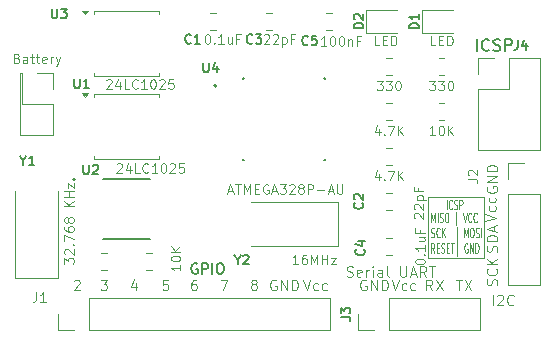
<source format=gbr>
%TF.GenerationSoftware,KiCad,Pcbnew,9.0.4*%
%TF.CreationDate,2025-09-30T03:14:49+08:00*%
%TF.ProjectId,MCU Datalogger,4d435520-4461-4746-916c-6f676765722e,1*%
%TF.SameCoordinates,Original*%
%TF.FileFunction,Legend,Top*%
%TF.FilePolarity,Positive*%
%FSLAX46Y46*%
G04 Gerber Fmt 4.6, Leading zero omitted, Abs format (unit mm)*
G04 Created by KiCad (PCBNEW 9.0.4) date 2025-09-30 03:14:49*
%MOMM*%
%LPD*%
G01*
G04 APERTURE LIST*
%ADD10C,0.100000*%
%ADD11C,0.087500*%
%ADD12C,0.200000*%
%ADD13C,0.150000*%
%ADD14C,0.120000*%
%ADD15C,0.127000*%
G04 APERTURE END LIST*
D10*
X126156931Y-75588895D02*
X126156931Y-74788895D01*
X126628360Y-75512704D02*
X126606932Y-75550800D01*
X126606932Y-75550800D02*
X126542646Y-75588895D01*
X126542646Y-75588895D02*
X126499789Y-75588895D01*
X126499789Y-75588895D02*
X126435503Y-75550800D01*
X126435503Y-75550800D02*
X126392646Y-75474609D01*
X126392646Y-75474609D02*
X126371217Y-75398419D01*
X126371217Y-75398419D02*
X126349789Y-75246038D01*
X126349789Y-75246038D02*
X126349789Y-75131752D01*
X126349789Y-75131752D02*
X126371217Y-74979371D01*
X126371217Y-74979371D02*
X126392646Y-74903180D01*
X126392646Y-74903180D02*
X126435503Y-74826990D01*
X126435503Y-74826990D02*
X126499789Y-74788895D01*
X126499789Y-74788895D02*
X126542646Y-74788895D01*
X126542646Y-74788895D02*
X126606932Y-74826990D01*
X126606932Y-74826990D02*
X126628360Y-74865085D01*
X126799789Y-75550800D02*
X126864075Y-75588895D01*
X126864075Y-75588895D02*
X126971217Y-75588895D01*
X126971217Y-75588895D02*
X127014075Y-75550800D01*
X127014075Y-75550800D02*
X127035503Y-75512704D01*
X127035503Y-75512704D02*
X127056932Y-75436514D01*
X127056932Y-75436514D02*
X127056932Y-75360323D01*
X127056932Y-75360323D02*
X127035503Y-75284133D01*
X127035503Y-75284133D02*
X127014075Y-75246038D01*
X127014075Y-75246038D02*
X126971217Y-75207942D01*
X126971217Y-75207942D02*
X126885503Y-75169847D01*
X126885503Y-75169847D02*
X126842646Y-75131752D01*
X126842646Y-75131752D02*
X126821217Y-75093657D01*
X126821217Y-75093657D02*
X126799789Y-75017466D01*
X126799789Y-75017466D02*
X126799789Y-74941276D01*
X126799789Y-74941276D02*
X126821217Y-74865085D01*
X126821217Y-74865085D02*
X126842646Y-74826990D01*
X126842646Y-74826990D02*
X126885503Y-74788895D01*
X126885503Y-74788895D02*
X126992646Y-74788895D01*
X126992646Y-74788895D02*
X127056932Y-74826990D01*
X127249788Y-75588895D02*
X127249788Y-74788895D01*
X127249788Y-74788895D02*
X127421217Y-74788895D01*
X127421217Y-74788895D02*
X127464074Y-74826990D01*
X127464074Y-74826990D02*
X127485503Y-74865085D01*
X127485503Y-74865085D02*
X127506931Y-74941276D01*
X127506931Y-74941276D02*
X127506931Y-75055561D01*
X127506931Y-75055561D02*
X127485503Y-75131752D01*
X127485503Y-75131752D02*
X127464074Y-75169847D01*
X127464074Y-75169847D02*
X127421217Y-75207942D01*
X127421217Y-75207942D02*
X127249788Y-75207942D01*
D11*
X124878707Y-76696635D02*
X124878707Y-75896635D01*
X124878707Y-75896635D02*
X125028707Y-76468063D01*
X125028707Y-76468063D02*
X125178707Y-75896635D01*
X125178707Y-75896635D02*
X125178707Y-76696635D01*
X125392993Y-76696635D02*
X125392993Y-75896635D01*
X125585851Y-76658540D02*
X125650137Y-76696635D01*
X125650137Y-76696635D02*
X125757279Y-76696635D01*
X125757279Y-76696635D02*
X125800137Y-76658540D01*
X125800137Y-76658540D02*
X125821565Y-76620444D01*
X125821565Y-76620444D02*
X125842994Y-76544254D01*
X125842994Y-76544254D02*
X125842994Y-76468063D01*
X125842994Y-76468063D02*
X125821565Y-76391873D01*
X125821565Y-76391873D02*
X125800137Y-76353778D01*
X125800137Y-76353778D02*
X125757279Y-76315682D01*
X125757279Y-76315682D02*
X125671565Y-76277587D01*
X125671565Y-76277587D02*
X125628708Y-76239492D01*
X125628708Y-76239492D02*
X125607279Y-76201397D01*
X125607279Y-76201397D02*
X125585851Y-76125206D01*
X125585851Y-76125206D02*
X125585851Y-76049016D01*
X125585851Y-76049016D02*
X125607279Y-75972825D01*
X125607279Y-75972825D02*
X125628708Y-75934730D01*
X125628708Y-75934730D02*
X125671565Y-75896635D01*
X125671565Y-75896635D02*
X125778708Y-75896635D01*
X125778708Y-75896635D02*
X125842994Y-75934730D01*
X126121565Y-75896635D02*
X126207279Y-75896635D01*
X126207279Y-75896635D02*
X126250136Y-75934730D01*
X126250136Y-75934730D02*
X126292993Y-76010920D01*
X126292993Y-76010920D02*
X126314422Y-76163301D01*
X126314422Y-76163301D02*
X126314422Y-76429968D01*
X126314422Y-76429968D02*
X126292993Y-76582349D01*
X126292993Y-76582349D02*
X126250136Y-76658540D01*
X126250136Y-76658540D02*
X126207279Y-76696635D01*
X126207279Y-76696635D02*
X126121565Y-76696635D01*
X126121565Y-76696635D02*
X126078708Y-76658540D01*
X126078708Y-76658540D02*
X126035850Y-76582349D01*
X126035850Y-76582349D02*
X126014422Y-76429968D01*
X126014422Y-76429968D02*
X126014422Y-76163301D01*
X126014422Y-76163301D02*
X126035850Y-76010920D01*
X126035850Y-76010920D02*
X126078708Y-75934730D01*
X126078708Y-75934730D02*
X126121565Y-75896635D01*
X126957279Y-76963301D02*
X126957279Y-75820444D01*
X127557279Y-75896635D02*
X127707279Y-76696635D01*
X127707279Y-76696635D02*
X127857279Y-75896635D01*
X128264421Y-76620444D02*
X128242993Y-76658540D01*
X128242993Y-76658540D02*
X128178707Y-76696635D01*
X128178707Y-76696635D02*
X128135850Y-76696635D01*
X128135850Y-76696635D02*
X128071564Y-76658540D01*
X128071564Y-76658540D02*
X128028707Y-76582349D01*
X128028707Y-76582349D02*
X128007278Y-76506159D01*
X128007278Y-76506159D02*
X127985850Y-76353778D01*
X127985850Y-76353778D02*
X127985850Y-76239492D01*
X127985850Y-76239492D02*
X128007278Y-76087111D01*
X128007278Y-76087111D02*
X128028707Y-76010920D01*
X128028707Y-76010920D02*
X128071564Y-75934730D01*
X128071564Y-75934730D02*
X128135850Y-75896635D01*
X128135850Y-75896635D02*
X128178707Y-75896635D01*
X128178707Y-75896635D02*
X128242993Y-75934730D01*
X128242993Y-75934730D02*
X128264421Y-75972825D01*
X128714421Y-76620444D02*
X128692993Y-76658540D01*
X128692993Y-76658540D02*
X128628707Y-76696635D01*
X128628707Y-76696635D02*
X128585850Y-76696635D01*
X128585850Y-76696635D02*
X128521564Y-76658540D01*
X128521564Y-76658540D02*
X128478707Y-76582349D01*
X128478707Y-76582349D02*
X128457278Y-76506159D01*
X128457278Y-76506159D02*
X128435850Y-76353778D01*
X128435850Y-76353778D02*
X128435850Y-76239492D01*
X128435850Y-76239492D02*
X128457278Y-76087111D01*
X128457278Y-76087111D02*
X128478707Y-76010920D01*
X128478707Y-76010920D02*
X128521564Y-75934730D01*
X128521564Y-75934730D02*
X128585850Y-75896635D01*
X128585850Y-75896635D02*
X128628707Y-75896635D01*
X128628707Y-75896635D02*
X128692993Y-75934730D01*
X128692993Y-75934730D02*
X128714421Y-75972825D01*
X124857279Y-77946495D02*
X124921565Y-77984590D01*
X124921565Y-77984590D02*
X125028707Y-77984590D01*
X125028707Y-77984590D02*
X125071565Y-77946495D01*
X125071565Y-77946495D02*
X125092993Y-77908399D01*
X125092993Y-77908399D02*
X125114422Y-77832209D01*
X125114422Y-77832209D02*
X125114422Y-77756018D01*
X125114422Y-77756018D02*
X125092993Y-77679828D01*
X125092993Y-77679828D02*
X125071565Y-77641733D01*
X125071565Y-77641733D02*
X125028707Y-77603637D01*
X125028707Y-77603637D02*
X124942993Y-77565542D01*
X124942993Y-77565542D02*
X124900136Y-77527447D01*
X124900136Y-77527447D02*
X124878707Y-77489352D01*
X124878707Y-77489352D02*
X124857279Y-77413161D01*
X124857279Y-77413161D02*
X124857279Y-77336971D01*
X124857279Y-77336971D02*
X124878707Y-77260780D01*
X124878707Y-77260780D02*
X124900136Y-77222685D01*
X124900136Y-77222685D02*
X124942993Y-77184590D01*
X124942993Y-77184590D02*
X125050136Y-77184590D01*
X125050136Y-77184590D02*
X125114422Y-77222685D01*
X125564421Y-77908399D02*
X125542993Y-77946495D01*
X125542993Y-77946495D02*
X125478707Y-77984590D01*
X125478707Y-77984590D02*
X125435850Y-77984590D01*
X125435850Y-77984590D02*
X125371564Y-77946495D01*
X125371564Y-77946495D02*
X125328707Y-77870304D01*
X125328707Y-77870304D02*
X125307278Y-77794114D01*
X125307278Y-77794114D02*
X125285850Y-77641733D01*
X125285850Y-77641733D02*
X125285850Y-77527447D01*
X125285850Y-77527447D02*
X125307278Y-77375066D01*
X125307278Y-77375066D02*
X125328707Y-77298875D01*
X125328707Y-77298875D02*
X125371564Y-77222685D01*
X125371564Y-77222685D02*
X125435850Y-77184590D01*
X125435850Y-77184590D02*
X125478707Y-77184590D01*
X125478707Y-77184590D02*
X125542993Y-77222685D01*
X125542993Y-77222685D02*
X125564421Y-77260780D01*
X125757278Y-77984590D02*
X125757278Y-77184590D01*
X126014421Y-77984590D02*
X125821564Y-77527447D01*
X126014421Y-77184590D02*
X125757278Y-77641733D01*
X127000135Y-78251256D02*
X127000135Y-77108399D01*
X127664420Y-77984590D02*
X127664420Y-77184590D01*
X127664420Y-77184590D02*
X127814420Y-77756018D01*
X127814420Y-77756018D02*
X127964420Y-77184590D01*
X127964420Y-77184590D02*
X127964420Y-77984590D01*
X128264421Y-77184590D02*
X128350135Y-77184590D01*
X128350135Y-77184590D02*
X128392992Y-77222685D01*
X128392992Y-77222685D02*
X128435849Y-77298875D01*
X128435849Y-77298875D02*
X128457278Y-77451256D01*
X128457278Y-77451256D02*
X128457278Y-77717923D01*
X128457278Y-77717923D02*
X128435849Y-77870304D01*
X128435849Y-77870304D02*
X128392992Y-77946495D01*
X128392992Y-77946495D02*
X128350135Y-77984590D01*
X128350135Y-77984590D02*
X128264421Y-77984590D01*
X128264421Y-77984590D02*
X128221564Y-77946495D01*
X128221564Y-77946495D02*
X128178706Y-77870304D01*
X128178706Y-77870304D02*
X128157278Y-77717923D01*
X128157278Y-77717923D02*
X128157278Y-77451256D01*
X128157278Y-77451256D02*
X128178706Y-77298875D01*
X128178706Y-77298875D02*
X128221564Y-77222685D01*
X128221564Y-77222685D02*
X128264421Y-77184590D01*
X128628707Y-77946495D02*
X128692993Y-77984590D01*
X128692993Y-77984590D02*
X128800135Y-77984590D01*
X128800135Y-77984590D02*
X128842993Y-77946495D01*
X128842993Y-77946495D02*
X128864421Y-77908399D01*
X128864421Y-77908399D02*
X128885850Y-77832209D01*
X128885850Y-77832209D02*
X128885850Y-77756018D01*
X128885850Y-77756018D02*
X128864421Y-77679828D01*
X128864421Y-77679828D02*
X128842993Y-77641733D01*
X128842993Y-77641733D02*
X128800135Y-77603637D01*
X128800135Y-77603637D02*
X128714421Y-77565542D01*
X128714421Y-77565542D02*
X128671564Y-77527447D01*
X128671564Y-77527447D02*
X128650135Y-77489352D01*
X128650135Y-77489352D02*
X128628707Y-77413161D01*
X128628707Y-77413161D02*
X128628707Y-77336971D01*
X128628707Y-77336971D02*
X128650135Y-77260780D01*
X128650135Y-77260780D02*
X128671564Y-77222685D01*
X128671564Y-77222685D02*
X128714421Y-77184590D01*
X128714421Y-77184590D02*
X128821564Y-77184590D01*
X128821564Y-77184590D02*
X128885850Y-77222685D01*
X129078706Y-77984590D02*
X129078706Y-77184590D01*
X125135850Y-79272545D02*
X124985850Y-78891592D01*
X124878707Y-79272545D02*
X124878707Y-78472545D01*
X124878707Y-78472545D02*
X125050136Y-78472545D01*
X125050136Y-78472545D02*
X125092993Y-78510640D01*
X125092993Y-78510640D02*
X125114422Y-78548735D01*
X125114422Y-78548735D02*
X125135850Y-78624926D01*
X125135850Y-78624926D02*
X125135850Y-78739211D01*
X125135850Y-78739211D02*
X125114422Y-78815402D01*
X125114422Y-78815402D02*
X125092993Y-78853497D01*
X125092993Y-78853497D02*
X125050136Y-78891592D01*
X125050136Y-78891592D02*
X124878707Y-78891592D01*
X125328707Y-78853497D02*
X125478707Y-78853497D01*
X125542993Y-79272545D02*
X125328707Y-79272545D01*
X125328707Y-79272545D02*
X125328707Y-78472545D01*
X125328707Y-78472545D02*
X125542993Y-78472545D01*
X125714422Y-79234450D02*
X125778708Y-79272545D01*
X125778708Y-79272545D02*
X125885850Y-79272545D01*
X125885850Y-79272545D02*
X125928708Y-79234450D01*
X125928708Y-79234450D02*
X125950136Y-79196354D01*
X125950136Y-79196354D02*
X125971565Y-79120164D01*
X125971565Y-79120164D02*
X125971565Y-79043973D01*
X125971565Y-79043973D02*
X125950136Y-78967783D01*
X125950136Y-78967783D02*
X125928708Y-78929688D01*
X125928708Y-78929688D02*
X125885850Y-78891592D01*
X125885850Y-78891592D02*
X125800136Y-78853497D01*
X125800136Y-78853497D02*
X125757279Y-78815402D01*
X125757279Y-78815402D02*
X125735850Y-78777307D01*
X125735850Y-78777307D02*
X125714422Y-78701116D01*
X125714422Y-78701116D02*
X125714422Y-78624926D01*
X125714422Y-78624926D02*
X125735850Y-78548735D01*
X125735850Y-78548735D02*
X125757279Y-78510640D01*
X125757279Y-78510640D02*
X125800136Y-78472545D01*
X125800136Y-78472545D02*
X125907279Y-78472545D01*
X125907279Y-78472545D02*
X125971565Y-78510640D01*
X126164421Y-78853497D02*
X126314421Y-78853497D01*
X126378707Y-79272545D02*
X126164421Y-79272545D01*
X126164421Y-79272545D02*
X126164421Y-78472545D01*
X126164421Y-78472545D02*
X126378707Y-78472545D01*
X126507279Y-78472545D02*
X126764422Y-78472545D01*
X126635850Y-79272545D02*
X126635850Y-78472545D01*
X127021564Y-79539211D02*
X127021564Y-78396354D01*
X127921564Y-78510640D02*
X127878707Y-78472545D01*
X127878707Y-78472545D02*
X127814421Y-78472545D01*
X127814421Y-78472545D02*
X127750135Y-78510640D01*
X127750135Y-78510640D02*
X127707278Y-78586830D01*
X127707278Y-78586830D02*
X127685849Y-78663021D01*
X127685849Y-78663021D02*
X127664421Y-78815402D01*
X127664421Y-78815402D02*
X127664421Y-78929688D01*
X127664421Y-78929688D02*
X127685849Y-79082069D01*
X127685849Y-79082069D02*
X127707278Y-79158259D01*
X127707278Y-79158259D02*
X127750135Y-79234450D01*
X127750135Y-79234450D02*
X127814421Y-79272545D01*
X127814421Y-79272545D02*
X127857278Y-79272545D01*
X127857278Y-79272545D02*
X127921564Y-79234450D01*
X127921564Y-79234450D02*
X127942992Y-79196354D01*
X127942992Y-79196354D02*
X127942992Y-78929688D01*
X127942992Y-78929688D02*
X127857278Y-78929688D01*
X128135849Y-79272545D02*
X128135849Y-78472545D01*
X128135849Y-78472545D02*
X128392992Y-79272545D01*
X128392992Y-79272545D02*
X128392992Y-78472545D01*
X128607278Y-79272545D02*
X128607278Y-78472545D01*
X128607278Y-78472545D02*
X128714421Y-78472545D01*
X128714421Y-78472545D02*
X128778707Y-78510640D01*
X128778707Y-78510640D02*
X128821564Y-78586830D01*
X128821564Y-78586830D02*
X128842993Y-78663021D01*
X128842993Y-78663021D02*
X128864421Y-78815402D01*
X128864421Y-78815402D02*
X128864421Y-78929688D01*
X128864421Y-78929688D02*
X128842993Y-79082069D01*
X128842993Y-79082069D02*
X128821564Y-79158259D01*
X128821564Y-79158259D02*
X128778707Y-79234450D01*
X128778707Y-79234450D02*
X128714421Y-79272545D01*
X128714421Y-79272545D02*
X128607278Y-79272545D01*
D10*
X124587000Y-74549000D02*
X129286000Y-74549000D01*
X129286000Y-79756000D01*
X124587000Y-79756000D01*
X124587000Y-74549000D01*
D12*
X117194695Y-84721666D02*
X117766123Y-84721666D01*
X117766123Y-84721666D02*
X117880409Y-84759761D01*
X117880409Y-84759761D02*
X117956600Y-84835952D01*
X117956600Y-84835952D02*
X117994695Y-84950237D01*
X117994695Y-84950237D02*
X117994695Y-85026428D01*
X117194695Y-84416904D02*
X117194695Y-83921666D01*
X117194695Y-83921666D02*
X117499457Y-84188332D01*
X117499457Y-84188332D02*
X117499457Y-84074047D01*
X117499457Y-84074047D02*
X117537552Y-83997856D01*
X117537552Y-83997856D02*
X117575647Y-83959761D01*
X117575647Y-83959761D02*
X117651838Y-83921666D01*
X117651838Y-83921666D02*
X117842314Y-83921666D01*
X117842314Y-83921666D02*
X117918504Y-83959761D01*
X117918504Y-83959761D02*
X117956600Y-83997856D01*
X117956600Y-83997856D02*
X117994695Y-84074047D01*
X117994695Y-84074047D02*
X117994695Y-84302618D01*
X117994695Y-84302618D02*
X117956600Y-84378809D01*
X117956600Y-84378809D02*
X117918504Y-84416904D01*
D10*
X117724381Y-81259001D02*
X117850095Y-81300905D01*
X117850095Y-81300905D02*
X118059619Y-81300905D01*
X118059619Y-81300905D02*
X118143428Y-81259001D01*
X118143428Y-81259001D02*
X118185333Y-81217096D01*
X118185333Y-81217096D02*
X118227238Y-81133286D01*
X118227238Y-81133286D02*
X118227238Y-81049477D01*
X118227238Y-81049477D02*
X118185333Y-80965667D01*
X118185333Y-80965667D02*
X118143428Y-80923762D01*
X118143428Y-80923762D02*
X118059619Y-80881858D01*
X118059619Y-80881858D02*
X117892000Y-80839953D01*
X117892000Y-80839953D02*
X117808190Y-80798048D01*
X117808190Y-80798048D02*
X117766285Y-80756143D01*
X117766285Y-80756143D02*
X117724381Y-80672334D01*
X117724381Y-80672334D02*
X117724381Y-80588524D01*
X117724381Y-80588524D02*
X117766285Y-80504715D01*
X117766285Y-80504715D02*
X117808190Y-80462810D01*
X117808190Y-80462810D02*
X117892000Y-80420905D01*
X117892000Y-80420905D02*
X118101523Y-80420905D01*
X118101523Y-80420905D02*
X118227238Y-80462810D01*
X118939618Y-81259001D02*
X118855809Y-81300905D01*
X118855809Y-81300905D02*
X118688190Y-81300905D01*
X118688190Y-81300905D02*
X118604380Y-81259001D01*
X118604380Y-81259001D02*
X118562476Y-81175191D01*
X118562476Y-81175191D02*
X118562476Y-80839953D01*
X118562476Y-80839953D02*
X118604380Y-80756143D01*
X118604380Y-80756143D02*
X118688190Y-80714239D01*
X118688190Y-80714239D02*
X118855809Y-80714239D01*
X118855809Y-80714239D02*
X118939618Y-80756143D01*
X118939618Y-80756143D02*
X118981523Y-80839953D01*
X118981523Y-80839953D02*
X118981523Y-80923762D01*
X118981523Y-80923762D02*
X118562476Y-81007572D01*
X119358666Y-81300905D02*
X119358666Y-80714239D01*
X119358666Y-80881858D02*
X119400571Y-80798048D01*
X119400571Y-80798048D02*
X119442476Y-80756143D01*
X119442476Y-80756143D02*
X119526285Y-80714239D01*
X119526285Y-80714239D02*
X119610095Y-80714239D01*
X119903428Y-81300905D02*
X119903428Y-80714239D01*
X119903428Y-80420905D02*
X119861524Y-80462810D01*
X119861524Y-80462810D02*
X119903428Y-80504715D01*
X119903428Y-80504715D02*
X119945333Y-80462810D01*
X119945333Y-80462810D02*
X119903428Y-80420905D01*
X119903428Y-80420905D02*
X119903428Y-80504715D01*
X120699619Y-81300905D02*
X120699619Y-80839953D01*
X120699619Y-80839953D02*
X120657714Y-80756143D01*
X120657714Y-80756143D02*
X120573905Y-80714239D01*
X120573905Y-80714239D02*
X120406286Y-80714239D01*
X120406286Y-80714239D02*
X120322476Y-80756143D01*
X120699619Y-81259001D02*
X120615810Y-81300905D01*
X120615810Y-81300905D02*
X120406286Y-81300905D01*
X120406286Y-81300905D02*
X120322476Y-81259001D01*
X120322476Y-81259001D02*
X120280572Y-81175191D01*
X120280572Y-81175191D02*
X120280572Y-81091381D01*
X120280572Y-81091381D02*
X120322476Y-81007572D01*
X120322476Y-81007572D02*
X120406286Y-80965667D01*
X120406286Y-80965667D02*
X120615810Y-80965667D01*
X120615810Y-80965667D02*
X120699619Y-80923762D01*
X121244381Y-81300905D02*
X121160571Y-81259001D01*
X121160571Y-81259001D02*
X121118666Y-81175191D01*
X121118666Y-81175191D02*
X121118666Y-80420905D01*
X122250094Y-80420905D02*
X122250094Y-81133286D01*
X122250094Y-81133286D02*
X122291999Y-81217096D01*
X122291999Y-81217096D02*
X122333904Y-81259001D01*
X122333904Y-81259001D02*
X122417713Y-81300905D01*
X122417713Y-81300905D02*
X122585332Y-81300905D01*
X122585332Y-81300905D02*
X122669142Y-81259001D01*
X122669142Y-81259001D02*
X122711047Y-81217096D01*
X122711047Y-81217096D02*
X122752951Y-81133286D01*
X122752951Y-81133286D02*
X122752951Y-80420905D01*
X123130095Y-81049477D02*
X123549142Y-81049477D01*
X123046285Y-81300905D02*
X123339618Y-80420905D01*
X123339618Y-80420905D02*
X123632952Y-81300905D01*
X124429142Y-81300905D02*
X124135809Y-80881858D01*
X123926285Y-81300905D02*
X123926285Y-80420905D01*
X123926285Y-80420905D02*
X124261523Y-80420905D01*
X124261523Y-80420905D02*
X124345333Y-80462810D01*
X124345333Y-80462810D02*
X124387238Y-80504715D01*
X124387238Y-80504715D02*
X124429142Y-80588524D01*
X124429142Y-80588524D02*
X124429142Y-80714239D01*
X124429142Y-80714239D02*
X124387238Y-80798048D01*
X124387238Y-80798048D02*
X124345333Y-80839953D01*
X124345333Y-80839953D02*
X124261523Y-80881858D01*
X124261523Y-80881858D02*
X123926285Y-80881858D01*
X124680571Y-80420905D02*
X125183428Y-80420905D01*
X124932000Y-81300905D02*
X124932000Y-80420905D01*
X119344524Y-81605810D02*
X119260714Y-81563905D01*
X119260714Y-81563905D02*
X119135000Y-81563905D01*
X119135000Y-81563905D02*
X119009286Y-81605810D01*
X119009286Y-81605810D02*
X118925476Y-81689620D01*
X118925476Y-81689620D02*
X118883571Y-81773429D01*
X118883571Y-81773429D02*
X118841667Y-81941048D01*
X118841667Y-81941048D02*
X118841667Y-82066762D01*
X118841667Y-82066762D02*
X118883571Y-82234381D01*
X118883571Y-82234381D02*
X118925476Y-82318191D01*
X118925476Y-82318191D02*
X119009286Y-82402001D01*
X119009286Y-82402001D02*
X119135000Y-82443905D01*
X119135000Y-82443905D02*
X119218809Y-82443905D01*
X119218809Y-82443905D02*
X119344524Y-82402001D01*
X119344524Y-82402001D02*
X119386428Y-82360096D01*
X119386428Y-82360096D02*
X119386428Y-82066762D01*
X119386428Y-82066762D02*
X119218809Y-82066762D01*
X119763571Y-82443905D02*
X119763571Y-81563905D01*
X119763571Y-81563905D02*
X120266428Y-82443905D01*
X120266428Y-82443905D02*
X120266428Y-81563905D01*
X120685476Y-82443905D02*
X120685476Y-81563905D01*
X120685476Y-81563905D02*
X120895000Y-81563905D01*
X120895000Y-81563905D02*
X121020714Y-81605810D01*
X121020714Y-81605810D02*
X121104524Y-81689620D01*
X121104524Y-81689620D02*
X121146429Y-81773429D01*
X121146429Y-81773429D02*
X121188333Y-81941048D01*
X121188333Y-81941048D02*
X121188333Y-82066762D01*
X121188333Y-82066762D02*
X121146429Y-82234381D01*
X121146429Y-82234381D02*
X121104524Y-82318191D01*
X121104524Y-82318191D02*
X121020714Y-82402001D01*
X121020714Y-82402001D02*
X120895000Y-82443905D01*
X120895000Y-82443905D02*
X120685476Y-82443905D01*
X121507380Y-81563905D02*
X121800713Y-82443905D01*
X121800713Y-82443905D02*
X122094047Y-81563905D01*
X122764523Y-82402001D02*
X122680714Y-82443905D01*
X122680714Y-82443905D02*
X122513095Y-82443905D01*
X122513095Y-82443905D02*
X122429285Y-82402001D01*
X122429285Y-82402001D02*
X122387380Y-82360096D01*
X122387380Y-82360096D02*
X122345476Y-82276286D01*
X122345476Y-82276286D02*
X122345476Y-82024858D01*
X122345476Y-82024858D02*
X122387380Y-81941048D01*
X122387380Y-81941048D02*
X122429285Y-81899143D01*
X122429285Y-81899143D02*
X122513095Y-81857239D01*
X122513095Y-81857239D02*
X122680714Y-81857239D01*
X122680714Y-81857239D02*
X122764523Y-81899143D01*
X123518809Y-82402001D02*
X123435000Y-82443905D01*
X123435000Y-82443905D02*
X123267381Y-82443905D01*
X123267381Y-82443905D02*
X123183571Y-82402001D01*
X123183571Y-82402001D02*
X123141666Y-82360096D01*
X123141666Y-82360096D02*
X123099762Y-82276286D01*
X123099762Y-82276286D02*
X123099762Y-82024858D01*
X123099762Y-82024858D02*
X123141666Y-81941048D01*
X123141666Y-81941048D02*
X123183571Y-81899143D01*
X123183571Y-81899143D02*
X123267381Y-81857239D01*
X123267381Y-81857239D02*
X123435000Y-81857239D01*
X123435000Y-81857239D02*
X123518809Y-81899143D01*
X126964524Y-81563905D02*
X127467381Y-81563905D01*
X127215953Y-82443905D02*
X127215953Y-81563905D01*
X127676905Y-81563905D02*
X128263571Y-82443905D01*
X128263571Y-81563905D02*
X127676905Y-82443905D01*
X124948333Y-82443905D02*
X124655000Y-82024858D01*
X124445476Y-82443905D02*
X124445476Y-81563905D01*
X124445476Y-81563905D02*
X124780714Y-81563905D01*
X124780714Y-81563905D02*
X124864524Y-81605810D01*
X124864524Y-81605810D02*
X124906429Y-81647715D01*
X124906429Y-81647715D02*
X124948333Y-81731524D01*
X124948333Y-81731524D02*
X124948333Y-81857239D01*
X124948333Y-81857239D02*
X124906429Y-81941048D01*
X124906429Y-81941048D02*
X124864524Y-81982953D01*
X124864524Y-81982953D02*
X124780714Y-82024858D01*
X124780714Y-82024858D02*
X124445476Y-82024858D01*
X125241667Y-81563905D02*
X125828333Y-82443905D01*
X125828333Y-81563905D02*
X125241667Y-82443905D01*
X91427333Y-82622895D02*
X91427333Y-83194323D01*
X91427333Y-83194323D02*
X91389238Y-83308609D01*
X91389238Y-83308609D02*
X91313047Y-83384800D01*
X91313047Y-83384800D02*
X91198762Y-83422895D01*
X91198762Y-83422895D02*
X91122571Y-83422895D01*
X92227333Y-83422895D02*
X91770190Y-83422895D01*
X91998762Y-83422895D02*
X91998762Y-82622895D01*
X91998762Y-82622895D02*
X91922571Y-82737180D01*
X91922571Y-82737180D02*
X91846381Y-82813371D01*
X91846381Y-82813371D02*
X91770190Y-82851466D01*
D13*
X105038000Y-80206210D02*
X104954190Y-80164305D01*
X104954190Y-80164305D02*
X104828476Y-80164305D01*
X104828476Y-80164305D02*
X104702762Y-80206210D01*
X104702762Y-80206210D02*
X104618952Y-80290020D01*
X104618952Y-80290020D02*
X104577047Y-80373829D01*
X104577047Y-80373829D02*
X104535143Y-80541448D01*
X104535143Y-80541448D02*
X104535143Y-80667162D01*
X104535143Y-80667162D02*
X104577047Y-80834781D01*
X104577047Y-80834781D02*
X104618952Y-80918591D01*
X104618952Y-80918591D02*
X104702762Y-81002401D01*
X104702762Y-81002401D02*
X104828476Y-81044305D01*
X104828476Y-81044305D02*
X104912285Y-81044305D01*
X104912285Y-81044305D02*
X105038000Y-81002401D01*
X105038000Y-81002401D02*
X105079904Y-80960496D01*
X105079904Y-80960496D02*
X105079904Y-80667162D01*
X105079904Y-80667162D02*
X104912285Y-80667162D01*
X105457047Y-81044305D02*
X105457047Y-80164305D01*
X105457047Y-80164305D02*
X105792285Y-80164305D01*
X105792285Y-80164305D02*
X105876095Y-80206210D01*
X105876095Y-80206210D02*
X105918000Y-80248115D01*
X105918000Y-80248115D02*
X105959904Y-80331924D01*
X105959904Y-80331924D02*
X105959904Y-80457639D01*
X105959904Y-80457639D02*
X105918000Y-80541448D01*
X105918000Y-80541448D02*
X105876095Y-80583353D01*
X105876095Y-80583353D02*
X105792285Y-80625258D01*
X105792285Y-80625258D02*
X105457047Y-80625258D01*
X106337047Y-81044305D02*
X106337047Y-80164305D01*
X106923714Y-80164305D02*
X107091333Y-80164305D01*
X107091333Y-80164305D02*
X107175143Y-80206210D01*
X107175143Y-80206210D02*
X107258952Y-80290020D01*
X107258952Y-80290020D02*
X107300857Y-80457639D01*
X107300857Y-80457639D02*
X107300857Y-80750972D01*
X107300857Y-80750972D02*
X107258952Y-80918591D01*
X107258952Y-80918591D02*
X107175143Y-81002401D01*
X107175143Y-81002401D02*
X107091333Y-81044305D01*
X107091333Y-81044305D02*
X106923714Y-81044305D01*
X106923714Y-81044305D02*
X106839905Y-81002401D01*
X106839905Y-81002401D02*
X106756095Y-80918591D01*
X106756095Y-80918591D02*
X106714191Y-80750972D01*
X106714191Y-80750972D02*
X106714191Y-80457639D01*
X106714191Y-80457639D02*
X106756095Y-80290020D01*
X106756095Y-80290020D02*
X106839905Y-80206210D01*
X106839905Y-80206210D02*
X106923714Y-80164305D01*
D10*
X94617572Y-81647715D02*
X94659476Y-81605810D01*
X94659476Y-81605810D02*
X94743286Y-81563905D01*
X94743286Y-81563905D02*
X94952810Y-81563905D01*
X94952810Y-81563905D02*
X95036619Y-81605810D01*
X95036619Y-81605810D02*
X95078524Y-81647715D01*
X95078524Y-81647715D02*
X95120429Y-81731524D01*
X95120429Y-81731524D02*
X95120429Y-81815334D01*
X95120429Y-81815334D02*
X95078524Y-81941048D01*
X95078524Y-81941048D02*
X94575667Y-82443905D01*
X94575667Y-82443905D02*
X95120429Y-82443905D01*
X96861667Y-81563905D02*
X97406429Y-81563905D01*
X97406429Y-81563905D02*
X97113095Y-81899143D01*
X97113095Y-81899143D02*
X97238810Y-81899143D01*
X97238810Y-81899143D02*
X97322619Y-81941048D01*
X97322619Y-81941048D02*
X97364524Y-81982953D01*
X97364524Y-81982953D02*
X97406429Y-82066762D01*
X97406429Y-82066762D02*
X97406429Y-82276286D01*
X97406429Y-82276286D02*
X97364524Y-82360096D01*
X97364524Y-82360096D02*
X97322619Y-82402001D01*
X97322619Y-82402001D02*
X97238810Y-82443905D01*
X97238810Y-82443905D02*
X96987381Y-82443905D01*
X96987381Y-82443905D02*
X96903572Y-82402001D01*
X96903572Y-82402001D02*
X96861667Y-82360096D01*
X99862619Y-81857239D02*
X99862619Y-82443905D01*
X99653095Y-81522001D02*
X99443572Y-82150572D01*
X99443572Y-82150572D02*
X99988333Y-82150572D01*
X102571524Y-81563905D02*
X102152476Y-81563905D01*
X102152476Y-81563905D02*
X102110572Y-81982953D01*
X102110572Y-81982953D02*
X102152476Y-81941048D01*
X102152476Y-81941048D02*
X102236286Y-81899143D01*
X102236286Y-81899143D02*
X102445810Y-81899143D01*
X102445810Y-81899143D02*
X102529619Y-81941048D01*
X102529619Y-81941048D02*
X102571524Y-81982953D01*
X102571524Y-81982953D02*
X102613429Y-82066762D01*
X102613429Y-82066762D02*
X102613429Y-82276286D01*
X102613429Y-82276286D02*
X102571524Y-82360096D01*
X102571524Y-82360096D02*
X102529619Y-82402001D01*
X102529619Y-82402001D02*
X102445810Y-82443905D01*
X102445810Y-82443905D02*
X102236286Y-82443905D01*
X102236286Y-82443905D02*
X102152476Y-82402001D01*
X102152476Y-82402001D02*
X102110572Y-82360096D01*
X104942619Y-81563905D02*
X104775000Y-81563905D01*
X104775000Y-81563905D02*
X104691191Y-81605810D01*
X104691191Y-81605810D02*
X104649286Y-81647715D01*
X104649286Y-81647715D02*
X104565476Y-81773429D01*
X104565476Y-81773429D02*
X104523572Y-81941048D01*
X104523572Y-81941048D02*
X104523572Y-82276286D01*
X104523572Y-82276286D02*
X104565476Y-82360096D01*
X104565476Y-82360096D02*
X104607381Y-82402001D01*
X104607381Y-82402001D02*
X104691191Y-82443905D01*
X104691191Y-82443905D02*
X104858810Y-82443905D01*
X104858810Y-82443905D02*
X104942619Y-82402001D01*
X104942619Y-82402001D02*
X104984524Y-82360096D01*
X104984524Y-82360096D02*
X105026429Y-82276286D01*
X105026429Y-82276286D02*
X105026429Y-82066762D01*
X105026429Y-82066762D02*
X104984524Y-81982953D01*
X104984524Y-81982953D02*
X104942619Y-81941048D01*
X104942619Y-81941048D02*
X104858810Y-81899143D01*
X104858810Y-81899143D02*
X104691191Y-81899143D01*
X104691191Y-81899143D02*
X104607381Y-81941048D01*
X104607381Y-81941048D02*
X104565476Y-81982953D01*
X104565476Y-81982953D02*
X104523572Y-82066762D01*
X107021667Y-81563905D02*
X107608333Y-81563905D01*
X107608333Y-81563905D02*
X107231191Y-82443905D01*
X109771191Y-81941048D02*
X109687381Y-81899143D01*
X109687381Y-81899143D02*
X109645476Y-81857239D01*
X109645476Y-81857239D02*
X109603572Y-81773429D01*
X109603572Y-81773429D02*
X109603572Y-81731524D01*
X109603572Y-81731524D02*
X109645476Y-81647715D01*
X109645476Y-81647715D02*
X109687381Y-81605810D01*
X109687381Y-81605810D02*
X109771191Y-81563905D01*
X109771191Y-81563905D02*
X109938810Y-81563905D01*
X109938810Y-81563905D02*
X110022619Y-81605810D01*
X110022619Y-81605810D02*
X110064524Y-81647715D01*
X110064524Y-81647715D02*
X110106429Y-81731524D01*
X110106429Y-81731524D02*
X110106429Y-81773429D01*
X110106429Y-81773429D02*
X110064524Y-81857239D01*
X110064524Y-81857239D02*
X110022619Y-81899143D01*
X110022619Y-81899143D02*
X109938810Y-81941048D01*
X109938810Y-81941048D02*
X109771191Y-81941048D01*
X109771191Y-81941048D02*
X109687381Y-81982953D01*
X109687381Y-81982953D02*
X109645476Y-82024858D01*
X109645476Y-82024858D02*
X109603572Y-82108667D01*
X109603572Y-82108667D02*
X109603572Y-82276286D01*
X109603572Y-82276286D02*
X109645476Y-82360096D01*
X109645476Y-82360096D02*
X109687381Y-82402001D01*
X109687381Y-82402001D02*
X109771191Y-82443905D01*
X109771191Y-82443905D02*
X109938810Y-82443905D01*
X109938810Y-82443905D02*
X110022619Y-82402001D01*
X110022619Y-82402001D02*
X110064524Y-82360096D01*
X110064524Y-82360096D02*
X110106429Y-82276286D01*
X110106429Y-82276286D02*
X110106429Y-82108667D01*
X110106429Y-82108667D02*
X110064524Y-82024858D01*
X110064524Y-82024858D02*
X110022619Y-81982953D01*
X110022619Y-81982953D02*
X109938810Y-81941048D01*
X111724524Y-81605810D02*
X111640714Y-81563905D01*
X111640714Y-81563905D02*
X111515000Y-81563905D01*
X111515000Y-81563905D02*
X111389286Y-81605810D01*
X111389286Y-81605810D02*
X111305476Y-81689620D01*
X111305476Y-81689620D02*
X111263571Y-81773429D01*
X111263571Y-81773429D02*
X111221667Y-81941048D01*
X111221667Y-81941048D02*
X111221667Y-82066762D01*
X111221667Y-82066762D02*
X111263571Y-82234381D01*
X111263571Y-82234381D02*
X111305476Y-82318191D01*
X111305476Y-82318191D02*
X111389286Y-82402001D01*
X111389286Y-82402001D02*
X111515000Y-82443905D01*
X111515000Y-82443905D02*
X111598809Y-82443905D01*
X111598809Y-82443905D02*
X111724524Y-82402001D01*
X111724524Y-82402001D02*
X111766428Y-82360096D01*
X111766428Y-82360096D02*
X111766428Y-82066762D01*
X111766428Y-82066762D02*
X111598809Y-82066762D01*
X112143571Y-82443905D02*
X112143571Y-81563905D01*
X112143571Y-81563905D02*
X112646428Y-82443905D01*
X112646428Y-82443905D02*
X112646428Y-81563905D01*
X113065476Y-82443905D02*
X113065476Y-81563905D01*
X113065476Y-81563905D02*
X113275000Y-81563905D01*
X113275000Y-81563905D02*
X113400714Y-81605810D01*
X113400714Y-81605810D02*
X113484524Y-81689620D01*
X113484524Y-81689620D02*
X113526429Y-81773429D01*
X113526429Y-81773429D02*
X113568333Y-81941048D01*
X113568333Y-81941048D02*
X113568333Y-82066762D01*
X113568333Y-82066762D02*
X113526429Y-82234381D01*
X113526429Y-82234381D02*
X113484524Y-82318191D01*
X113484524Y-82318191D02*
X113400714Y-82402001D01*
X113400714Y-82402001D02*
X113275000Y-82443905D01*
X113275000Y-82443905D02*
X113065476Y-82443905D01*
X114014380Y-81563905D02*
X114307713Y-82443905D01*
X114307713Y-82443905D02*
X114601047Y-81563905D01*
X115271523Y-82402001D02*
X115187714Y-82443905D01*
X115187714Y-82443905D02*
X115020095Y-82443905D01*
X115020095Y-82443905D02*
X114936285Y-82402001D01*
X114936285Y-82402001D02*
X114894380Y-82360096D01*
X114894380Y-82360096D02*
X114852476Y-82276286D01*
X114852476Y-82276286D02*
X114852476Y-82024858D01*
X114852476Y-82024858D02*
X114894380Y-81941048D01*
X114894380Y-81941048D02*
X114936285Y-81899143D01*
X114936285Y-81899143D02*
X115020095Y-81857239D01*
X115020095Y-81857239D02*
X115187714Y-81857239D01*
X115187714Y-81857239D02*
X115271523Y-81899143D01*
X116025809Y-82402001D02*
X115942000Y-82443905D01*
X115942000Y-82443905D02*
X115774381Y-82443905D01*
X115774381Y-82443905D02*
X115690571Y-82402001D01*
X115690571Y-82402001D02*
X115648666Y-82360096D01*
X115648666Y-82360096D02*
X115606762Y-82276286D01*
X115606762Y-82276286D02*
X115606762Y-82024858D01*
X115606762Y-82024858D02*
X115648666Y-81941048D01*
X115648666Y-81941048D02*
X115690571Y-81899143D01*
X115690571Y-81899143D02*
X115774381Y-81857239D01*
X115774381Y-81857239D02*
X115942000Y-81857239D01*
X115942000Y-81857239D02*
X116025809Y-81899143D01*
X124701428Y-64715895D02*
X125196666Y-64715895D01*
X125196666Y-64715895D02*
X124930000Y-65020657D01*
X124930000Y-65020657D02*
X125044285Y-65020657D01*
X125044285Y-65020657D02*
X125120476Y-65058752D01*
X125120476Y-65058752D02*
X125158571Y-65096847D01*
X125158571Y-65096847D02*
X125196666Y-65173038D01*
X125196666Y-65173038D02*
X125196666Y-65363514D01*
X125196666Y-65363514D02*
X125158571Y-65439704D01*
X125158571Y-65439704D02*
X125120476Y-65477800D01*
X125120476Y-65477800D02*
X125044285Y-65515895D01*
X125044285Y-65515895D02*
X124815714Y-65515895D01*
X124815714Y-65515895D02*
X124739523Y-65477800D01*
X124739523Y-65477800D02*
X124701428Y-65439704D01*
X125463333Y-64715895D02*
X125958571Y-64715895D01*
X125958571Y-64715895D02*
X125691905Y-65020657D01*
X125691905Y-65020657D02*
X125806190Y-65020657D01*
X125806190Y-65020657D02*
X125882381Y-65058752D01*
X125882381Y-65058752D02*
X125920476Y-65096847D01*
X125920476Y-65096847D02*
X125958571Y-65173038D01*
X125958571Y-65173038D02*
X125958571Y-65363514D01*
X125958571Y-65363514D02*
X125920476Y-65439704D01*
X125920476Y-65439704D02*
X125882381Y-65477800D01*
X125882381Y-65477800D02*
X125806190Y-65515895D01*
X125806190Y-65515895D02*
X125577619Y-65515895D01*
X125577619Y-65515895D02*
X125501428Y-65477800D01*
X125501428Y-65477800D02*
X125463333Y-65439704D01*
X126453810Y-64715895D02*
X126530000Y-64715895D01*
X126530000Y-64715895D02*
X126606191Y-64753990D01*
X126606191Y-64753990D02*
X126644286Y-64792085D01*
X126644286Y-64792085D02*
X126682381Y-64868276D01*
X126682381Y-64868276D02*
X126720476Y-65020657D01*
X126720476Y-65020657D02*
X126720476Y-65211133D01*
X126720476Y-65211133D02*
X126682381Y-65363514D01*
X126682381Y-65363514D02*
X126644286Y-65439704D01*
X126644286Y-65439704D02*
X126606191Y-65477800D01*
X126606191Y-65477800D02*
X126530000Y-65515895D01*
X126530000Y-65515895D02*
X126453810Y-65515895D01*
X126453810Y-65515895D02*
X126377619Y-65477800D01*
X126377619Y-65477800D02*
X126339524Y-65439704D01*
X126339524Y-65439704D02*
X126301429Y-65363514D01*
X126301429Y-65363514D02*
X126263333Y-65211133D01*
X126263333Y-65211133D02*
X126263333Y-65020657D01*
X126263333Y-65020657D02*
X126301429Y-64868276D01*
X126301429Y-64868276D02*
X126339524Y-64792085D01*
X126339524Y-64792085D02*
X126377619Y-64753990D01*
X126377619Y-64753990D02*
X126453810Y-64715895D01*
D12*
X108458048Y-79861742D02*
X108458048Y-80242695D01*
X108191381Y-79442695D02*
X108458048Y-79861742D01*
X108458048Y-79861742D02*
X108724714Y-79442695D01*
X108953285Y-79518885D02*
X108991381Y-79480790D01*
X108991381Y-79480790D02*
X109067571Y-79442695D01*
X109067571Y-79442695D02*
X109258047Y-79442695D01*
X109258047Y-79442695D02*
X109334238Y-79480790D01*
X109334238Y-79480790D02*
X109372333Y-79518885D01*
X109372333Y-79518885D02*
X109410428Y-79595076D01*
X109410428Y-79595076D02*
X109410428Y-79671266D01*
X109410428Y-79671266D02*
X109372333Y-79785552D01*
X109372333Y-79785552D02*
X108915190Y-80242695D01*
X108915190Y-80242695D02*
X109410428Y-80242695D01*
D10*
X113582618Y-80247895D02*
X113125475Y-80247895D01*
X113354047Y-80247895D02*
X113354047Y-79447895D01*
X113354047Y-79447895D02*
X113277856Y-79562180D01*
X113277856Y-79562180D02*
X113201666Y-79638371D01*
X113201666Y-79638371D02*
X113125475Y-79676466D01*
X114268333Y-79447895D02*
X114115952Y-79447895D01*
X114115952Y-79447895D02*
X114039761Y-79485990D01*
X114039761Y-79485990D02*
X114001666Y-79524085D01*
X114001666Y-79524085D02*
X113925476Y-79638371D01*
X113925476Y-79638371D02*
X113887380Y-79790752D01*
X113887380Y-79790752D02*
X113887380Y-80095514D01*
X113887380Y-80095514D02*
X113925476Y-80171704D01*
X113925476Y-80171704D02*
X113963571Y-80209800D01*
X113963571Y-80209800D02*
X114039761Y-80247895D01*
X114039761Y-80247895D02*
X114192142Y-80247895D01*
X114192142Y-80247895D02*
X114268333Y-80209800D01*
X114268333Y-80209800D02*
X114306428Y-80171704D01*
X114306428Y-80171704D02*
X114344523Y-80095514D01*
X114344523Y-80095514D02*
X114344523Y-79905038D01*
X114344523Y-79905038D02*
X114306428Y-79828847D01*
X114306428Y-79828847D02*
X114268333Y-79790752D01*
X114268333Y-79790752D02*
X114192142Y-79752657D01*
X114192142Y-79752657D02*
X114039761Y-79752657D01*
X114039761Y-79752657D02*
X113963571Y-79790752D01*
X113963571Y-79790752D02*
X113925476Y-79828847D01*
X113925476Y-79828847D02*
X113887380Y-79905038D01*
X114687381Y-80247895D02*
X114687381Y-79447895D01*
X114687381Y-79447895D02*
X114954047Y-80019323D01*
X114954047Y-80019323D02*
X115220714Y-79447895D01*
X115220714Y-79447895D02*
X115220714Y-80247895D01*
X115601667Y-80247895D02*
X115601667Y-79447895D01*
X115601667Y-79828847D02*
X116058810Y-79828847D01*
X116058810Y-80247895D02*
X116058810Y-79447895D01*
X116363571Y-79714561D02*
X116782619Y-79714561D01*
X116782619Y-79714561D02*
X116363571Y-80247895D01*
X116363571Y-80247895D02*
X116782619Y-80247895D01*
D12*
X105562476Y-63186695D02*
X105562476Y-63834314D01*
X105562476Y-63834314D02*
X105600571Y-63910504D01*
X105600571Y-63910504D02*
X105638666Y-63948600D01*
X105638666Y-63948600D02*
X105714857Y-63986695D01*
X105714857Y-63986695D02*
X105867238Y-63986695D01*
X105867238Y-63986695D02*
X105943428Y-63948600D01*
X105943428Y-63948600D02*
X105981523Y-63910504D01*
X105981523Y-63910504D02*
X106019619Y-63834314D01*
X106019619Y-63834314D02*
X106019619Y-63186695D01*
X106743428Y-63453361D02*
X106743428Y-63986695D01*
X106552952Y-63148600D02*
X106362475Y-63720028D01*
X106362475Y-63720028D02*
X106857714Y-63720028D01*
D10*
X107664856Y-74050323D02*
X108045809Y-74050323D01*
X107588666Y-74278895D02*
X107855333Y-73478895D01*
X107855333Y-73478895D02*
X108121999Y-74278895D01*
X108274380Y-73478895D02*
X108731523Y-73478895D01*
X108502951Y-74278895D02*
X108502951Y-73478895D01*
X108998190Y-74278895D02*
X108998190Y-73478895D01*
X108998190Y-73478895D02*
X109264856Y-74050323D01*
X109264856Y-74050323D02*
X109531523Y-73478895D01*
X109531523Y-73478895D02*
X109531523Y-74278895D01*
X109912476Y-73859847D02*
X110179142Y-73859847D01*
X110293428Y-74278895D02*
X109912476Y-74278895D01*
X109912476Y-74278895D02*
X109912476Y-73478895D01*
X109912476Y-73478895D02*
X110293428Y-73478895D01*
X111055333Y-73516990D02*
X110979143Y-73478895D01*
X110979143Y-73478895D02*
X110864857Y-73478895D01*
X110864857Y-73478895D02*
X110750571Y-73516990D01*
X110750571Y-73516990D02*
X110674381Y-73593180D01*
X110674381Y-73593180D02*
X110636286Y-73669371D01*
X110636286Y-73669371D02*
X110598190Y-73821752D01*
X110598190Y-73821752D02*
X110598190Y-73936038D01*
X110598190Y-73936038D02*
X110636286Y-74088419D01*
X110636286Y-74088419D02*
X110674381Y-74164609D01*
X110674381Y-74164609D02*
X110750571Y-74240800D01*
X110750571Y-74240800D02*
X110864857Y-74278895D01*
X110864857Y-74278895D02*
X110941048Y-74278895D01*
X110941048Y-74278895D02*
X111055333Y-74240800D01*
X111055333Y-74240800D02*
X111093429Y-74202704D01*
X111093429Y-74202704D02*
X111093429Y-73936038D01*
X111093429Y-73936038D02*
X110941048Y-73936038D01*
X111398190Y-74050323D02*
X111779143Y-74050323D01*
X111322000Y-74278895D02*
X111588667Y-73478895D01*
X111588667Y-73478895D02*
X111855333Y-74278895D01*
X112045809Y-73478895D02*
X112541047Y-73478895D01*
X112541047Y-73478895D02*
X112274381Y-73783657D01*
X112274381Y-73783657D02*
X112388666Y-73783657D01*
X112388666Y-73783657D02*
X112464857Y-73821752D01*
X112464857Y-73821752D02*
X112502952Y-73859847D01*
X112502952Y-73859847D02*
X112541047Y-73936038D01*
X112541047Y-73936038D02*
X112541047Y-74126514D01*
X112541047Y-74126514D02*
X112502952Y-74202704D01*
X112502952Y-74202704D02*
X112464857Y-74240800D01*
X112464857Y-74240800D02*
X112388666Y-74278895D01*
X112388666Y-74278895D02*
X112160095Y-74278895D01*
X112160095Y-74278895D02*
X112083904Y-74240800D01*
X112083904Y-74240800D02*
X112045809Y-74202704D01*
X112845809Y-73555085D02*
X112883905Y-73516990D01*
X112883905Y-73516990D02*
X112960095Y-73478895D01*
X112960095Y-73478895D02*
X113150571Y-73478895D01*
X113150571Y-73478895D02*
X113226762Y-73516990D01*
X113226762Y-73516990D02*
X113264857Y-73555085D01*
X113264857Y-73555085D02*
X113302952Y-73631276D01*
X113302952Y-73631276D02*
X113302952Y-73707466D01*
X113302952Y-73707466D02*
X113264857Y-73821752D01*
X113264857Y-73821752D02*
X112807714Y-74278895D01*
X112807714Y-74278895D02*
X113302952Y-74278895D01*
X113760095Y-73821752D02*
X113683905Y-73783657D01*
X113683905Y-73783657D02*
X113645810Y-73745561D01*
X113645810Y-73745561D02*
X113607714Y-73669371D01*
X113607714Y-73669371D02*
X113607714Y-73631276D01*
X113607714Y-73631276D02*
X113645810Y-73555085D01*
X113645810Y-73555085D02*
X113683905Y-73516990D01*
X113683905Y-73516990D02*
X113760095Y-73478895D01*
X113760095Y-73478895D02*
X113912476Y-73478895D01*
X113912476Y-73478895D02*
X113988667Y-73516990D01*
X113988667Y-73516990D02*
X114026762Y-73555085D01*
X114026762Y-73555085D02*
X114064857Y-73631276D01*
X114064857Y-73631276D02*
X114064857Y-73669371D01*
X114064857Y-73669371D02*
X114026762Y-73745561D01*
X114026762Y-73745561D02*
X113988667Y-73783657D01*
X113988667Y-73783657D02*
X113912476Y-73821752D01*
X113912476Y-73821752D02*
X113760095Y-73821752D01*
X113760095Y-73821752D02*
X113683905Y-73859847D01*
X113683905Y-73859847D02*
X113645810Y-73897942D01*
X113645810Y-73897942D02*
X113607714Y-73974133D01*
X113607714Y-73974133D02*
X113607714Y-74126514D01*
X113607714Y-74126514D02*
X113645810Y-74202704D01*
X113645810Y-74202704D02*
X113683905Y-74240800D01*
X113683905Y-74240800D02*
X113760095Y-74278895D01*
X113760095Y-74278895D02*
X113912476Y-74278895D01*
X113912476Y-74278895D02*
X113988667Y-74240800D01*
X113988667Y-74240800D02*
X114026762Y-74202704D01*
X114026762Y-74202704D02*
X114064857Y-74126514D01*
X114064857Y-74126514D02*
X114064857Y-73974133D01*
X114064857Y-73974133D02*
X114026762Y-73897942D01*
X114026762Y-73897942D02*
X113988667Y-73859847D01*
X113988667Y-73859847D02*
X113912476Y-73821752D01*
X114407715Y-74278895D02*
X114407715Y-73478895D01*
X114407715Y-73478895D02*
X114712477Y-73478895D01*
X114712477Y-73478895D02*
X114788667Y-73516990D01*
X114788667Y-73516990D02*
X114826762Y-73555085D01*
X114826762Y-73555085D02*
X114864858Y-73631276D01*
X114864858Y-73631276D02*
X114864858Y-73745561D01*
X114864858Y-73745561D02*
X114826762Y-73821752D01*
X114826762Y-73821752D02*
X114788667Y-73859847D01*
X114788667Y-73859847D02*
X114712477Y-73897942D01*
X114712477Y-73897942D02*
X114407715Y-73897942D01*
X115207715Y-73974133D02*
X115817239Y-73974133D01*
X116160095Y-74050323D02*
X116541048Y-74050323D01*
X116083905Y-74278895D02*
X116350572Y-73478895D01*
X116350572Y-73478895D02*
X116617238Y-74278895D01*
X116883905Y-73478895D02*
X116883905Y-74126514D01*
X116883905Y-74126514D02*
X116922000Y-74202704D01*
X116922000Y-74202704D02*
X116960095Y-74240800D01*
X116960095Y-74240800D02*
X117036286Y-74278895D01*
X117036286Y-74278895D02*
X117188667Y-74278895D01*
X117188667Y-74278895D02*
X117264857Y-74240800D01*
X117264857Y-74240800D02*
X117302952Y-74202704D01*
X117302952Y-74202704D02*
X117341048Y-74126514D01*
X117341048Y-74126514D02*
X117341048Y-73478895D01*
X103615895Y-80308381D02*
X103615895Y-80765524D01*
X103615895Y-80536952D02*
X102815895Y-80536952D01*
X102815895Y-80536952D02*
X102930180Y-80613143D01*
X102930180Y-80613143D02*
X103006371Y-80689333D01*
X103006371Y-80689333D02*
X103044466Y-80765524D01*
X102815895Y-79813142D02*
X102815895Y-79736952D01*
X102815895Y-79736952D02*
X102853990Y-79660761D01*
X102853990Y-79660761D02*
X102892085Y-79622666D01*
X102892085Y-79622666D02*
X102968276Y-79584571D01*
X102968276Y-79584571D02*
X103120657Y-79546476D01*
X103120657Y-79546476D02*
X103311133Y-79546476D01*
X103311133Y-79546476D02*
X103463514Y-79584571D01*
X103463514Y-79584571D02*
X103539704Y-79622666D01*
X103539704Y-79622666D02*
X103577800Y-79660761D01*
X103577800Y-79660761D02*
X103615895Y-79736952D01*
X103615895Y-79736952D02*
X103615895Y-79813142D01*
X103615895Y-79813142D02*
X103577800Y-79889333D01*
X103577800Y-79889333D02*
X103539704Y-79927428D01*
X103539704Y-79927428D02*
X103463514Y-79965523D01*
X103463514Y-79965523D02*
X103311133Y-80003619D01*
X103311133Y-80003619D02*
X103120657Y-80003619D01*
X103120657Y-80003619D02*
X102968276Y-79965523D01*
X102968276Y-79965523D02*
X102892085Y-79927428D01*
X102892085Y-79927428D02*
X102853990Y-79889333D01*
X102853990Y-79889333D02*
X102815895Y-79813142D01*
X103615895Y-79203618D02*
X102815895Y-79203618D01*
X103615895Y-78746475D02*
X103158752Y-79089333D01*
X102815895Y-78746475D02*
X103273038Y-79203618D01*
D12*
X95402476Y-71822695D02*
X95402476Y-72470314D01*
X95402476Y-72470314D02*
X95440571Y-72546504D01*
X95440571Y-72546504D02*
X95478666Y-72584600D01*
X95478666Y-72584600D02*
X95554857Y-72622695D01*
X95554857Y-72622695D02*
X95707238Y-72622695D01*
X95707238Y-72622695D02*
X95783428Y-72584600D01*
X95783428Y-72584600D02*
X95821523Y-72546504D01*
X95821523Y-72546504D02*
X95859619Y-72470314D01*
X95859619Y-72470314D02*
X95859619Y-71822695D01*
X96202475Y-71898885D02*
X96240571Y-71860790D01*
X96240571Y-71860790D02*
X96316761Y-71822695D01*
X96316761Y-71822695D02*
X96507237Y-71822695D01*
X96507237Y-71822695D02*
X96583428Y-71860790D01*
X96583428Y-71860790D02*
X96621523Y-71898885D01*
X96621523Y-71898885D02*
X96659618Y-71975076D01*
X96659618Y-71975076D02*
X96659618Y-72051266D01*
X96659618Y-72051266D02*
X96621523Y-72165552D01*
X96621523Y-72165552D02*
X96164380Y-72622695D01*
X96164380Y-72622695D02*
X96659618Y-72622695D01*
X94640476Y-64539695D02*
X94640476Y-65187314D01*
X94640476Y-65187314D02*
X94678571Y-65263504D01*
X94678571Y-65263504D02*
X94716666Y-65301600D01*
X94716666Y-65301600D02*
X94792857Y-65339695D01*
X94792857Y-65339695D02*
X94945238Y-65339695D01*
X94945238Y-65339695D02*
X95021428Y-65301600D01*
X95021428Y-65301600D02*
X95059523Y-65263504D01*
X95059523Y-65263504D02*
X95097619Y-65187314D01*
X95097619Y-65187314D02*
X95097619Y-64539695D01*
X95897618Y-65339695D02*
X95440475Y-65339695D01*
X95669047Y-65339695D02*
X95669047Y-64539695D01*
X95669047Y-64539695D02*
X95592856Y-64653980D01*
X95592856Y-64653980D02*
X95516666Y-64730171D01*
X95516666Y-64730171D02*
X95440475Y-64768266D01*
D10*
X97345856Y-64665085D02*
X97383952Y-64626990D01*
X97383952Y-64626990D02*
X97460142Y-64588895D01*
X97460142Y-64588895D02*
X97650618Y-64588895D01*
X97650618Y-64588895D02*
X97726809Y-64626990D01*
X97726809Y-64626990D02*
X97764904Y-64665085D01*
X97764904Y-64665085D02*
X97802999Y-64741276D01*
X97802999Y-64741276D02*
X97802999Y-64817466D01*
X97802999Y-64817466D02*
X97764904Y-64931752D01*
X97764904Y-64931752D02*
X97307761Y-65388895D01*
X97307761Y-65388895D02*
X97802999Y-65388895D01*
X98488714Y-64855561D02*
X98488714Y-65388895D01*
X98298238Y-64550800D02*
X98107761Y-65122228D01*
X98107761Y-65122228D02*
X98603000Y-65122228D01*
X99288714Y-65388895D02*
X98907762Y-65388895D01*
X98907762Y-65388895D02*
X98907762Y-64588895D01*
X100012524Y-65312704D02*
X99974428Y-65350800D01*
X99974428Y-65350800D02*
X99860143Y-65388895D01*
X99860143Y-65388895D02*
X99783952Y-65388895D01*
X99783952Y-65388895D02*
X99669666Y-65350800D01*
X99669666Y-65350800D02*
X99593476Y-65274609D01*
X99593476Y-65274609D02*
X99555381Y-65198419D01*
X99555381Y-65198419D02*
X99517285Y-65046038D01*
X99517285Y-65046038D02*
X99517285Y-64931752D01*
X99517285Y-64931752D02*
X99555381Y-64779371D01*
X99555381Y-64779371D02*
X99593476Y-64703180D01*
X99593476Y-64703180D02*
X99669666Y-64626990D01*
X99669666Y-64626990D02*
X99783952Y-64588895D01*
X99783952Y-64588895D02*
X99860143Y-64588895D01*
X99860143Y-64588895D02*
X99974428Y-64626990D01*
X99974428Y-64626990D02*
X100012524Y-64665085D01*
X100774428Y-65388895D02*
X100317285Y-65388895D01*
X100545857Y-65388895D02*
X100545857Y-64588895D01*
X100545857Y-64588895D02*
X100469666Y-64703180D01*
X100469666Y-64703180D02*
X100393476Y-64779371D01*
X100393476Y-64779371D02*
X100317285Y-64817466D01*
X101269667Y-64588895D02*
X101345857Y-64588895D01*
X101345857Y-64588895D02*
X101422048Y-64626990D01*
X101422048Y-64626990D02*
X101460143Y-64665085D01*
X101460143Y-64665085D02*
X101498238Y-64741276D01*
X101498238Y-64741276D02*
X101536333Y-64893657D01*
X101536333Y-64893657D02*
X101536333Y-65084133D01*
X101536333Y-65084133D02*
X101498238Y-65236514D01*
X101498238Y-65236514D02*
X101460143Y-65312704D01*
X101460143Y-65312704D02*
X101422048Y-65350800D01*
X101422048Y-65350800D02*
X101345857Y-65388895D01*
X101345857Y-65388895D02*
X101269667Y-65388895D01*
X101269667Y-65388895D02*
X101193476Y-65350800D01*
X101193476Y-65350800D02*
X101155381Y-65312704D01*
X101155381Y-65312704D02*
X101117286Y-65236514D01*
X101117286Y-65236514D02*
X101079190Y-65084133D01*
X101079190Y-65084133D02*
X101079190Y-64893657D01*
X101079190Y-64893657D02*
X101117286Y-64741276D01*
X101117286Y-64741276D02*
X101155381Y-64665085D01*
X101155381Y-64665085D02*
X101193476Y-64626990D01*
X101193476Y-64626990D02*
X101269667Y-64588895D01*
X101841095Y-64665085D02*
X101879191Y-64626990D01*
X101879191Y-64626990D02*
X101955381Y-64588895D01*
X101955381Y-64588895D02*
X102145857Y-64588895D01*
X102145857Y-64588895D02*
X102222048Y-64626990D01*
X102222048Y-64626990D02*
X102260143Y-64665085D01*
X102260143Y-64665085D02*
X102298238Y-64741276D01*
X102298238Y-64741276D02*
X102298238Y-64817466D01*
X102298238Y-64817466D02*
X102260143Y-64931752D01*
X102260143Y-64931752D02*
X101803000Y-65388895D01*
X101803000Y-65388895D02*
X102298238Y-65388895D01*
X103022048Y-64588895D02*
X102641096Y-64588895D01*
X102641096Y-64588895D02*
X102603000Y-64969847D01*
X102603000Y-64969847D02*
X102641096Y-64931752D01*
X102641096Y-64931752D02*
X102717286Y-64893657D01*
X102717286Y-64893657D02*
X102907762Y-64893657D01*
X102907762Y-64893657D02*
X102983953Y-64931752D01*
X102983953Y-64931752D02*
X103022048Y-64969847D01*
X103022048Y-64969847D02*
X103060143Y-65046038D01*
X103060143Y-65046038D02*
X103060143Y-65236514D01*
X103060143Y-65236514D02*
X103022048Y-65312704D01*
X103022048Y-65312704D02*
X102983953Y-65350800D01*
X102983953Y-65350800D02*
X102907762Y-65388895D01*
X102907762Y-65388895D02*
X102717286Y-65388895D01*
X102717286Y-65388895D02*
X102641096Y-65350800D01*
X102641096Y-65350800D02*
X102603000Y-65312704D01*
D12*
X92735476Y-58614695D02*
X92735476Y-59262314D01*
X92735476Y-59262314D02*
X92773571Y-59338504D01*
X92773571Y-59338504D02*
X92811666Y-59376600D01*
X92811666Y-59376600D02*
X92887857Y-59414695D01*
X92887857Y-59414695D02*
X93040238Y-59414695D01*
X93040238Y-59414695D02*
X93116428Y-59376600D01*
X93116428Y-59376600D02*
X93154523Y-59338504D01*
X93154523Y-59338504D02*
X93192619Y-59262314D01*
X93192619Y-59262314D02*
X93192619Y-58614695D01*
X93497380Y-58614695D02*
X93992618Y-58614695D01*
X93992618Y-58614695D02*
X93725952Y-58919457D01*
X93725952Y-58919457D02*
X93840237Y-58919457D01*
X93840237Y-58919457D02*
X93916428Y-58957552D01*
X93916428Y-58957552D02*
X93954523Y-58995647D01*
X93954523Y-58995647D02*
X93992618Y-59071838D01*
X93992618Y-59071838D02*
X93992618Y-59262314D01*
X93992618Y-59262314D02*
X93954523Y-59338504D01*
X93954523Y-59338504D02*
X93916428Y-59376600D01*
X93916428Y-59376600D02*
X93840237Y-59414695D01*
X93840237Y-59414695D02*
X93611666Y-59414695D01*
X93611666Y-59414695D02*
X93535475Y-59376600D01*
X93535475Y-59376600D02*
X93497380Y-59338504D01*
D10*
X98234856Y-71777085D02*
X98272952Y-71738990D01*
X98272952Y-71738990D02*
X98349142Y-71700895D01*
X98349142Y-71700895D02*
X98539618Y-71700895D01*
X98539618Y-71700895D02*
X98615809Y-71738990D01*
X98615809Y-71738990D02*
X98653904Y-71777085D01*
X98653904Y-71777085D02*
X98691999Y-71853276D01*
X98691999Y-71853276D02*
X98691999Y-71929466D01*
X98691999Y-71929466D02*
X98653904Y-72043752D01*
X98653904Y-72043752D02*
X98196761Y-72500895D01*
X98196761Y-72500895D02*
X98691999Y-72500895D01*
X99377714Y-71967561D02*
X99377714Y-72500895D01*
X99187238Y-71662800D02*
X98996761Y-72234228D01*
X98996761Y-72234228D02*
X99492000Y-72234228D01*
X100177714Y-72500895D02*
X99796762Y-72500895D01*
X99796762Y-72500895D02*
X99796762Y-71700895D01*
X100901524Y-72424704D02*
X100863428Y-72462800D01*
X100863428Y-72462800D02*
X100749143Y-72500895D01*
X100749143Y-72500895D02*
X100672952Y-72500895D01*
X100672952Y-72500895D02*
X100558666Y-72462800D01*
X100558666Y-72462800D02*
X100482476Y-72386609D01*
X100482476Y-72386609D02*
X100444381Y-72310419D01*
X100444381Y-72310419D02*
X100406285Y-72158038D01*
X100406285Y-72158038D02*
X100406285Y-72043752D01*
X100406285Y-72043752D02*
X100444381Y-71891371D01*
X100444381Y-71891371D02*
X100482476Y-71815180D01*
X100482476Y-71815180D02*
X100558666Y-71738990D01*
X100558666Y-71738990D02*
X100672952Y-71700895D01*
X100672952Y-71700895D02*
X100749143Y-71700895D01*
X100749143Y-71700895D02*
X100863428Y-71738990D01*
X100863428Y-71738990D02*
X100901524Y-71777085D01*
X101663428Y-72500895D02*
X101206285Y-72500895D01*
X101434857Y-72500895D02*
X101434857Y-71700895D01*
X101434857Y-71700895D02*
X101358666Y-71815180D01*
X101358666Y-71815180D02*
X101282476Y-71891371D01*
X101282476Y-71891371D02*
X101206285Y-71929466D01*
X102158667Y-71700895D02*
X102234857Y-71700895D01*
X102234857Y-71700895D02*
X102311048Y-71738990D01*
X102311048Y-71738990D02*
X102349143Y-71777085D01*
X102349143Y-71777085D02*
X102387238Y-71853276D01*
X102387238Y-71853276D02*
X102425333Y-72005657D01*
X102425333Y-72005657D02*
X102425333Y-72196133D01*
X102425333Y-72196133D02*
X102387238Y-72348514D01*
X102387238Y-72348514D02*
X102349143Y-72424704D01*
X102349143Y-72424704D02*
X102311048Y-72462800D01*
X102311048Y-72462800D02*
X102234857Y-72500895D01*
X102234857Y-72500895D02*
X102158667Y-72500895D01*
X102158667Y-72500895D02*
X102082476Y-72462800D01*
X102082476Y-72462800D02*
X102044381Y-72424704D01*
X102044381Y-72424704D02*
X102006286Y-72348514D01*
X102006286Y-72348514D02*
X101968190Y-72196133D01*
X101968190Y-72196133D02*
X101968190Y-72005657D01*
X101968190Y-72005657D02*
X102006286Y-71853276D01*
X102006286Y-71853276D02*
X102044381Y-71777085D01*
X102044381Y-71777085D02*
X102082476Y-71738990D01*
X102082476Y-71738990D02*
X102158667Y-71700895D01*
X102730095Y-71777085D02*
X102768191Y-71738990D01*
X102768191Y-71738990D02*
X102844381Y-71700895D01*
X102844381Y-71700895D02*
X103034857Y-71700895D01*
X103034857Y-71700895D02*
X103111048Y-71738990D01*
X103111048Y-71738990D02*
X103149143Y-71777085D01*
X103149143Y-71777085D02*
X103187238Y-71853276D01*
X103187238Y-71853276D02*
X103187238Y-71929466D01*
X103187238Y-71929466D02*
X103149143Y-72043752D01*
X103149143Y-72043752D02*
X102692000Y-72500895D01*
X102692000Y-72500895D02*
X103187238Y-72500895D01*
X103911048Y-71700895D02*
X103530096Y-71700895D01*
X103530096Y-71700895D02*
X103492000Y-72081847D01*
X103492000Y-72081847D02*
X103530096Y-72043752D01*
X103530096Y-72043752D02*
X103606286Y-72005657D01*
X103606286Y-72005657D02*
X103796762Y-72005657D01*
X103796762Y-72005657D02*
X103872953Y-72043752D01*
X103872953Y-72043752D02*
X103911048Y-72081847D01*
X103911048Y-72081847D02*
X103949143Y-72158038D01*
X103949143Y-72158038D02*
X103949143Y-72348514D01*
X103949143Y-72348514D02*
X103911048Y-72424704D01*
X103911048Y-72424704D02*
X103872953Y-72462800D01*
X103872953Y-72462800D02*
X103796762Y-72500895D01*
X103796762Y-72500895D02*
X103606286Y-72500895D01*
X103606286Y-72500895D02*
X103530096Y-72462800D01*
X103530096Y-72462800D02*
X103492000Y-72424704D01*
D12*
X123803695Y-60280475D02*
X123003695Y-60280475D01*
X123003695Y-60280475D02*
X123003695Y-60089999D01*
X123003695Y-60089999D02*
X123041790Y-59975713D01*
X123041790Y-59975713D02*
X123117980Y-59899523D01*
X123117980Y-59899523D02*
X123194171Y-59861428D01*
X123194171Y-59861428D02*
X123346552Y-59823332D01*
X123346552Y-59823332D02*
X123460838Y-59823332D01*
X123460838Y-59823332D02*
X123613219Y-59861428D01*
X123613219Y-59861428D02*
X123689409Y-59899523D01*
X123689409Y-59899523D02*
X123765600Y-59975713D01*
X123765600Y-59975713D02*
X123803695Y-60089999D01*
X123803695Y-60089999D02*
X123803695Y-60280475D01*
X123803695Y-59061428D02*
X123803695Y-59518571D01*
X123803695Y-59289999D02*
X123003695Y-59289999D01*
X123003695Y-59289999D02*
X123117980Y-59366190D01*
X123117980Y-59366190D02*
X123194171Y-59442380D01*
X123194171Y-59442380D02*
X123232266Y-59518571D01*
D10*
X125215714Y-61704895D02*
X124834762Y-61704895D01*
X124834762Y-61704895D02*
X124834762Y-60904895D01*
X125482381Y-61285847D02*
X125749047Y-61285847D01*
X125863333Y-61704895D02*
X125482381Y-61704895D01*
X125482381Y-61704895D02*
X125482381Y-60904895D01*
X125482381Y-60904895D02*
X125863333Y-60904895D01*
X126206191Y-61704895D02*
X126206191Y-60904895D01*
X126206191Y-60904895D02*
X126396667Y-60904895D01*
X126396667Y-60904895D02*
X126510953Y-60942990D01*
X126510953Y-60942990D02*
X126587143Y-61019180D01*
X126587143Y-61019180D02*
X126625238Y-61095371D01*
X126625238Y-61095371D02*
X126663334Y-61247752D01*
X126663334Y-61247752D02*
X126663334Y-61362038D01*
X126663334Y-61362038D02*
X126625238Y-61514419D01*
X126625238Y-61514419D02*
X126587143Y-61590609D01*
X126587143Y-61590609D02*
X126510953Y-61666800D01*
X126510953Y-61666800D02*
X126396667Y-61704895D01*
X126396667Y-61704895D02*
X126206191Y-61704895D01*
D12*
X109721667Y-61497504D02*
X109683571Y-61535600D01*
X109683571Y-61535600D02*
X109569286Y-61573695D01*
X109569286Y-61573695D02*
X109493095Y-61573695D01*
X109493095Y-61573695D02*
X109378809Y-61535600D01*
X109378809Y-61535600D02*
X109302619Y-61459409D01*
X109302619Y-61459409D02*
X109264524Y-61383219D01*
X109264524Y-61383219D02*
X109226428Y-61230838D01*
X109226428Y-61230838D02*
X109226428Y-61116552D01*
X109226428Y-61116552D02*
X109264524Y-60964171D01*
X109264524Y-60964171D02*
X109302619Y-60887980D01*
X109302619Y-60887980D02*
X109378809Y-60811790D01*
X109378809Y-60811790D02*
X109493095Y-60773695D01*
X109493095Y-60773695D02*
X109569286Y-60773695D01*
X109569286Y-60773695D02*
X109683571Y-60811790D01*
X109683571Y-60811790D02*
X109721667Y-60849885D01*
X109988333Y-60773695D02*
X110483571Y-60773695D01*
X110483571Y-60773695D02*
X110216905Y-61078457D01*
X110216905Y-61078457D02*
X110331190Y-61078457D01*
X110331190Y-61078457D02*
X110407381Y-61116552D01*
X110407381Y-61116552D02*
X110445476Y-61154647D01*
X110445476Y-61154647D02*
X110483571Y-61230838D01*
X110483571Y-61230838D02*
X110483571Y-61421314D01*
X110483571Y-61421314D02*
X110445476Y-61497504D01*
X110445476Y-61497504D02*
X110407381Y-61535600D01*
X110407381Y-61535600D02*
X110331190Y-61573695D01*
X110331190Y-61573695D02*
X110102619Y-61573695D01*
X110102619Y-61573695D02*
X110026428Y-61535600D01*
X110026428Y-61535600D02*
X109988333Y-61497504D01*
D10*
X110699713Y-60855085D02*
X110737809Y-60816990D01*
X110737809Y-60816990D02*
X110813999Y-60778895D01*
X110813999Y-60778895D02*
X111004475Y-60778895D01*
X111004475Y-60778895D02*
X111080666Y-60816990D01*
X111080666Y-60816990D02*
X111118761Y-60855085D01*
X111118761Y-60855085D02*
X111156856Y-60931276D01*
X111156856Y-60931276D02*
X111156856Y-61007466D01*
X111156856Y-61007466D02*
X111118761Y-61121752D01*
X111118761Y-61121752D02*
X110661618Y-61578895D01*
X110661618Y-61578895D02*
X111156856Y-61578895D01*
X111461618Y-60855085D02*
X111499714Y-60816990D01*
X111499714Y-60816990D02*
X111575904Y-60778895D01*
X111575904Y-60778895D02*
X111766380Y-60778895D01*
X111766380Y-60778895D02*
X111842571Y-60816990D01*
X111842571Y-60816990D02*
X111880666Y-60855085D01*
X111880666Y-60855085D02*
X111918761Y-60931276D01*
X111918761Y-60931276D02*
X111918761Y-61007466D01*
X111918761Y-61007466D02*
X111880666Y-61121752D01*
X111880666Y-61121752D02*
X111423523Y-61578895D01*
X111423523Y-61578895D02*
X111918761Y-61578895D01*
X112261619Y-61045561D02*
X112261619Y-61845561D01*
X112261619Y-61083657D02*
X112337809Y-61045561D01*
X112337809Y-61045561D02*
X112490190Y-61045561D01*
X112490190Y-61045561D02*
X112566381Y-61083657D01*
X112566381Y-61083657D02*
X112604476Y-61121752D01*
X112604476Y-61121752D02*
X112642571Y-61197942D01*
X112642571Y-61197942D02*
X112642571Y-61426514D01*
X112642571Y-61426514D02*
X112604476Y-61502704D01*
X112604476Y-61502704D02*
X112566381Y-61540800D01*
X112566381Y-61540800D02*
X112490190Y-61578895D01*
X112490190Y-61578895D02*
X112337809Y-61578895D01*
X112337809Y-61578895D02*
X112261619Y-61540800D01*
X113252095Y-61159847D02*
X112985429Y-61159847D01*
X112985429Y-61578895D02*
X112985429Y-60778895D01*
X112985429Y-60778895D02*
X113366381Y-60778895D01*
D12*
X104514667Y-61497504D02*
X104476571Y-61535600D01*
X104476571Y-61535600D02*
X104362286Y-61573695D01*
X104362286Y-61573695D02*
X104286095Y-61573695D01*
X104286095Y-61573695D02*
X104171809Y-61535600D01*
X104171809Y-61535600D02*
X104095619Y-61459409D01*
X104095619Y-61459409D02*
X104057524Y-61383219D01*
X104057524Y-61383219D02*
X104019428Y-61230838D01*
X104019428Y-61230838D02*
X104019428Y-61116552D01*
X104019428Y-61116552D02*
X104057524Y-60964171D01*
X104057524Y-60964171D02*
X104095619Y-60887980D01*
X104095619Y-60887980D02*
X104171809Y-60811790D01*
X104171809Y-60811790D02*
X104286095Y-60773695D01*
X104286095Y-60773695D02*
X104362286Y-60773695D01*
X104362286Y-60773695D02*
X104476571Y-60811790D01*
X104476571Y-60811790D02*
X104514667Y-60849885D01*
X105276571Y-61573695D02*
X104819428Y-61573695D01*
X105048000Y-61573695D02*
X105048000Y-60773695D01*
X105048000Y-60773695D02*
X104971809Y-60887980D01*
X104971809Y-60887980D02*
X104895619Y-60964171D01*
X104895619Y-60964171D02*
X104819428Y-61002266D01*
D10*
X105873714Y-60778895D02*
X105949904Y-60778895D01*
X105949904Y-60778895D02*
X106026095Y-60816990D01*
X106026095Y-60816990D02*
X106064190Y-60855085D01*
X106064190Y-60855085D02*
X106102285Y-60931276D01*
X106102285Y-60931276D02*
X106140380Y-61083657D01*
X106140380Y-61083657D02*
X106140380Y-61274133D01*
X106140380Y-61274133D02*
X106102285Y-61426514D01*
X106102285Y-61426514D02*
X106064190Y-61502704D01*
X106064190Y-61502704D02*
X106026095Y-61540800D01*
X106026095Y-61540800D02*
X105949904Y-61578895D01*
X105949904Y-61578895D02*
X105873714Y-61578895D01*
X105873714Y-61578895D02*
X105797523Y-61540800D01*
X105797523Y-61540800D02*
X105759428Y-61502704D01*
X105759428Y-61502704D02*
X105721333Y-61426514D01*
X105721333Y-61426514D02*
X105683237Y-61274133D01*
X105683237Y-61274133D02*
X105683237Y-61083657D01*
X105683237Y-61083657D02*
X105721333Y-60931276D01*
X105721333Y-60931276D02*
X105759428Y-60855085D01*
X105759428Y-60855085D02*
X105797523Y-60816990D01*
X105797523Y-60816990D02*
X105873714Y-60778895D01*
X106483238Y-61502704D02*
X106521333Y-61540800D01*
X106521333Y-61540800D02*
X106483238Y-61578895D01*
X106483238Y-61578895D02*
X106445142Y-61540800D01*
X106445142Y-61540800D02*
X106483238Y-61502704D01*
X106483238Y-61502704D02*
X106483238Y-61578895D01*
X107283237Y-61578895D02*
X106826094Y-61578895D01*
X107054666Y-61578895D02*
X107054666Y-60778895D01*
X107054666Y-60778895D02*
X106978475Y-60893180D01*
X106978475Y-60893180D02*
X106902285Y-60969371D01*
X106902285Y-60969371D02*
X106826094Y-61007466D01*
X107968952Y-61045561D02*
X107968952Y-61578895D01*
X107626095Y-61045561D02*
X107626095Y-61464609D01*
X107626095Y-61464609D02*
X107664190Y-61540800D01*
X107664190Y-61540800D02*
X107740380Y-61578895D01*
X107740380Y-61578895D02*
X107854666Y-61578895D01*
X107854666Y-61578895D02*
X107930857Y-61540800D01*
X107930857Y-61540800D02*
X107968952Y-61502704D01*
X108616571Y-61159847D02*
X108349905Y-61159847D01*
X108349905Y-61578895D02*
X108349905Y-60778895D01*
X108349905Y-60778895D02*
X108730857Y-60778895D01*
X125177618Y-69324895D02*
X124720475Y-69324895D01*
X124949047Y-69324895D02*
X124949047Y-68524895D01*
X124949047Y-68524895D02*
X124872856Y-68639180D01*
X124872856Y-68639180D02*
X124796666Y-68715371D01*
X124796666Y-68715371D02*
X124720475Y-68753466D01*
X125672857Y-68524895D02*
X125749047Y-68524895D01*
X125749047Y-68524895D02*
X125825238Y-68562990D01*
X125825238Y-68562990D02*
X125863333Y-68601085D01*
X125863333Y-68601085D02*
X125901428Y-68677276D01*
X125901428Y-68677276D02*
X125939523Y-68829657D01*
X125939523Y-68829657D02*
X125939523Y-69020133D01*
X125939523Y-69020133D02*
X125901428Y-69172514D01*
X125901428Y-69172514D02*
X125863333Y-69248704D01*
X125863333Y-69248704D02*
X125825238Y-69286800D01*
X125825238Y-69286800D02*
X125749047Y-69324895D01*
X125749047Y-69324895D02*
X125672857Y-69324895D01*
X125672857Y-69324895D02*
X125596666Y-69286800D01*
X125596666Y-69286800D02*
X125558571Y-69248704D01*
X125558571Y-69248704D02*
X125520476Y-69172514D01*
X125520476Y-69172514D02*
X125482380Y-69020133D01*
X125482380Y-69020133D02*
X125482380Y-68829657D01*
X125482380Y-68829657D02*
X125520476Y-68677276D01*
X125520476Y-68677276D02*
X125558571Y-68601085D01*
X125558571Y-68601085D02*
X125596666Y-68562990D01*
X125596666Y-68562990D02*
X125672857Y-68524895D01*
X126282381Y-69324895D02*
X126282381Y-68524895D01*
X126739524Y-69324895D02*
X126396666Y-68867752D01*
X126739524Y-68524895D02*
X126282381Y-68982038D01*
X89782856Y-62810847D02*
X89897142Y-62848942D01*
X89897142Y-62848942D02*
X89935237Y-62887038D01*
X89935237Y-62887038D02*
X89973333Y-62963228D01*
X89973333Y-62963228D02*
X89973333Y-63077514D01*
X89973333Y-63077514D02*
X89935237Y-63153704D01*
X89935237Y-63153704D02*
X89897142Y-63191800D01*
X89897142Y-63191800D02*
X89820952Y-63229895D01*
X89820952Y-63229895D02*
X89516190Y-63229895D01*
X89516190Y-63229895D02*
X89516190Y-62429895D01*
X89516190Y-62429895D02*
X89782856Y-62429895D01*
X89782856Y-62429895D02*
X89859047Y-62467990D01*
X89859047Y-62467990D02*
X89897142Y-62506085D01*
X89897142Y-62506085D02*
X89935237Y-62582276D01*
X89935237Y-62582276D02*
X89935237Y-62658466D01*
X89935237Y-62658466D02*
X89897142Y-62734657D01*
X89897142Y-62734657D02*
X89859047Y-62772752D01*
X89859047Y-62772752D02*
X89782856Y-62810847D01*
X89782856Y-62810847D02*
X89516190Y-62810847D01*
X90659047Y-63229895D02*
X90659047Y-62810847D01*
X90659047Y-62810847D02*
X90620952Y-62734657D01*
X90620952Y-62734657D02*
X90544761Y-62696561D01*
X90544761Y-62696561D02*
X90392380Y-62696561D01*
X90392380Y-62696561D02*
X90316190Y-62734657D01*
X90659047Y-63191800D02*
X90582856Y-63229895D01*
X90582856Y-63229895D02*
X90392380Y-63229895D01*
X90392380Y-63229895D02*
X90316190Y-63191800D01*
X90316190Y-63191800D02*
X90278094Y-63115609D01*
X90278094Y-63115609D02*
X90278094Y-63039419D01*
X90278094Y-63039419D02*
X90316190Y-62963228D01*
X90316190Y-62963228D02*
X90392380Y-62925133D01*
X90392380Y-62925133D02*
X90582856Y-62925133D01*
X90582856Y-62925133D02*
X90659047Y-62887038D01*
X90925714Y-62696561D02*
X91230476Y-62696561D01*
X91040000Y-62429895D02*
X91040000Y-63115609D01*
X91040000Y-63115609D02*
X91078095Y-63191800D01*
X91078095Y-63191800D02*
X91154285Y-63229895D01*
X91154285Y-63229895D02*
X91230476Y-63229895D01*
X91382857Y-62696561D02*
X91687619Y-62696561D01*
X91497143Y-62429895D02*
X91497143Y-63115609D01*
X91497143Y-63115609D02*
X91535238Y-63191800D01*
X91535238Y-63191800D02*
X91611428Y-63229895D01*
X91611428Y-63229895D02*
X91687619Y-63229895D01*
X92259048Y-63191800D02*
X92182857Y-63229895D01*
X92182857Y-63229895D02*
X92030476Y-63229895D01*
X92030476Y-63229895D02*
X91954286Y-63191800D01*
X91954286Y-63191800D02*
X91916190Y-63115609D01*
X91916190Y-63115609D02*
X91916190Y-62810847D01*
X91916190Y-62810847D02*
X91954286Y-62734657D01*
X91954286Y-62734657D02*
X92030476Y-62696561D01*
X92030476Y-62696561D02*
X92182857Y-62696561D01*
X92182857Y-62696561D02*
X92259048Y-62734657D01*
X92259048Y-62734657D02*
X92297143Y-62810847D01*
X92297143Y-62810847D02*
X92297143Y-62887038D01*
X92297143Y-62887038D02*
X91916190Y-62963228D01*
X92640000Y-63229895D02*
X92640000Y-62696561D01*
X92640000Y-62848942D02*
X92678095Y-62772752D01*
X92678095Y-62772752D02*
X92716190Y-62734657D01*
X92716190Y-62734657D02*
X92792381Y-62696561D01*
X92792381Y-62696561D02*
X92868571Y-62696561D01*
X93059047Y-62696561D02*
X93249523Y-63229895D01*
X93440000Y-62696561D02*
X93249523Y-63229895D01*
X93249523Y-63229895D02*
X93173333Y-63420371D01*
X93173333Y-63420371D02*
X93135238Y-63458466D01*
X93135238Y-63458466D02*
X93059047Y-63496561D01*
X120465952Y-68791561D02*
X120465952Y-69324895D01*
X120275476Y-68486800D02*
X120084999Y-69058228D01*
X120084999Y-69058228D02*
X120580238Y-69058228D01*
X120885000Y-69248704D02*
X120923095Y-69286800D01*
X120923095Y-69286800D02*
X120885000Y-69324895D01*
X120885000Y-69324895D02*
X120846904Y-69286800D01*
X120846904Y-69286800D02*
X120885000Y-69248704D01*
X120885000Y-69248704D02*
X120885000Y-69324895D01*
X121189761Y-68524895D02*
X121723095Y-68524895D01*
X121723095Y-68524895D02*
X121380237Y-69324895D01*
X122027857Y-69324895D02*
X122027857Y-68524895D01*
X122485000Y-69324895D02*
X122142142Y-68867752D01*
X122485000Y-68524895D02*
X122027857Y-68982038D01*
D12*
X119104695Y-60280475D02*
X118304695Y-60280475D01*
X118304695Y-60280475D02*
X118304695Y-60089999D01*
X118304695Y-60089999D02*
X118342790Y-59975713D01*
X118342790Y-59975713D02*
X118418980Y-59899523D01*
X118418980Y-59899523D02*
X118495171Y-59861428D01*
X118495171Y-59861428D02*
X118647552Y-59823332D01*
X118647552Y-59823332D02*
X118761838Y-59823332D01*
X118761838Y-59823332D02*
X118914219Y-59861428D01*
X118914219Y-59861428D02*
X118990409Y-59899523D01*
X118990409Y-59899523D02*
X119066600Y-59975713D01*
X119066600Y-59975713D02*
X119104695Y-60089999D01*
X119104695Y-60089999D02*
X119104695Y-60280475D01*
X118380885Y-59518571D02*
X118342790Y-59480475D01*
X118342790Y-59480475D02*
X118304695Y-59404285D01*
X118304695Y-59404285D02*
X118304695Y-59213809D01*
X118304695Y-59213809D02*
X118342790Y-59137618D01*
X118342790Y-59137618D02*
X118380885Y-59099523D01*
X118380885Y-59099523D02*
X118457076Y-59061428D01*
X118457076Y-59061428D02*
X118533266Y-59061428D01*
X118533266Y-59061428D02*
X118647552Y-59099523D01*
X118647552Y-59099523D02*
X119104695Y-59556666D01*
X119104695Y-59556666D02*
X119104695Y-59061428D01*
D10*
X120468214Y-61704895D02*
X120087262Y-61704895D01*
X120087262Y-61704895D02*
X120087262Y-60904895D01*
X120734881Y-61285847D02*
X121001547Y-61285847D01*
X121115833Y-61704895D02*
X120734881Y-61704895D01*
X120734881Y-61704895D02*
X120734881Y-60904895D01*
X120734881Y-60904895D02*
X121115833Y-60904895D01*
X121458691Y-61704895D02*
X121458691Y-60904895D01*
X121458691Y-60904895D02*
X121649167Y-60904895D01*
X121649167Y-60904895D02*
X121763453Y-60942990D01*
X121763453Y-60942990D02*
X121839643Y-61019180D01*
X121839643Y-61019180D02*
X121877738Y-61095371D01*
X121877738Y-61095371D02*
X121915834Y-61247752D01*
X121915834Y-61247752D02*
X121915834Y-61362038D01*
X121915834Y-61362038D02*
X121877738Y-61514419D01*
X121877738Y-61514419D02*
X121839643Y-61590609D01*
X121839643Y-61590609D02*
X121763453Y-61666800D01*
X121763453Y-61666800D02*
X121649167Y-61704895D01*
X121649167Y-61704895D02*
X121458691Y-61704895D01*
X120465952Y-72601561D02*
X120465952Y-73134895D01*
X120275476Y-72296800D02*
X120084999Y-72868228D01*
X120084999Y-72868228D02*
X120580238Y-72868228D01*
X120885000Y-73058704D02*
X120923095Y-73096800D01*
X120923095Y-73096800D02*
X120885000Y-73134895D01*
X120885000Y-73134895D02*
X120846904Y-73096800D01*
X120846904Y-73096800D02*
X120885000Y-73058704D01*
X120885000Y-73058704D02*
X120885000Y-73134895D01*
X121189761Y-72334895D02*
X121723095Y-72334895D01*
X121723095Y-72334895D02*
X121380237Y-73134895D01*
X122027857Y-73134895D02*
X122027857Y-72334895D01*
X122485000Y-73134895D02*
X122142142Y-72677752D01*
X122485000Y-72334895D02*
X122027857Y-72792038D01*
D12*
X132194333Y-61281695D02*
X132194333Y-61853123D01*
X132194333Y-61853123D02*
X132156238Y-61967409D01*
X132156238Y-61967409D02*
X132080047Y-62043600D01*
X132080047Y-62043600D02*
X131965762Y-62081695D01*
X131965762Y-62081695D02*
X131889571Y-62081695D01*
X132918143Y-61548361D02*
X132918143Y-62081695D01*
X132727667Y-61243600D02*
X132537190Y-61815028D01*
X132537190Y-61815028D02*
X133032429Y-61815028D01*
D13*
X128693810Y-62176819D02*
X128693810Y-61176819D01*
X129741428Y-62081580D02*
X129693809Y-62129200D01*
X129693809Y-62129200D02*
X129550952Y-62176819D01*
X129550952Y-62176819D02*
X129455714Y-62176819D01*
X129455714Y-62176819D02*
X129312857Y-62129200D01*
X129312857Y-62129200D02*
X129217619Y-62033961D01*
X129217619Y-62033961D02*
X129170000Y-61938723D01*
X129170000Y-61938723D02*
X129122381Y-61748247D01*
X129122381Y-61748247D02*
X129122381Y-61605390D01*
X129122381Y-61605390D02*
X129170000Y-61414914D01*
X129170000Y-61414914D02*
X129217619Y-61319676D01*
X129217619Y-61319676D02*
X129312857Y-61224438D01*
X129312857Y-61224438D02*
X129455714Y-61176819D01*
X129455714Y-61176819D02*
X129550952Y-61176819D01*
X129550952Y-61176819D02*
X129693809Y-61224438D01*
X129693809Y-61224438D02*
X129741428Y-61272057D01*
X130122381Y-62129200D02*
X130265238Y-62176819D01*
X130265238Y-62176819D02*
X130503333Y-62176819D01*
X130503333Y-62176819D02*
X130598571Y-62129200D01*
X130598571Y-62129200D02*
X130646190Y-62081580D01*
X130646190Y-62081580D02*
X130693809Y-61986342D01*
X130693809Y-61986342D02*
X130693809Y-61891104D01*
X130693809Y-61891104D02*
X130646190Y-61795866D01*
X130646190Y-61795866D02*
X130598571Y-61748247D01*
X130598571Y-61748247D02*
X130503333Y-61700628D01*
X130503333Y-61700628D02*
X130312857Y-61653009D01*
X130312857Y-61653009D02*
X130217619Y-61605390D01*
X130217619Y-61605390D02*
X130170000Y-61557771D01*
X130170000Y-61557771D02*
X130122381Y-61462533D01*
X130122381Y-61462533D02*
X130122381Y-61367295D01*
X130122381Y-61367295D02*
X130170000Y-61272057D01*
X130170000Y-61272057D02*
X130217619Y-61224438D01*
X130217619Y-61224438D02*
X130312857Y-61176819D01*
X130312857Y-61176819D02*
X130550952Y-61176819D01*
X130550952Y-61176819D02*
X130693809Y-61224438D01*
X131122381Y-62176819D02*
X131122381Y-61176819D01*
X131122381Y-61176819D02*
X131503333Y-61176819D01*
X131503333Y-61176819D02*
X131598571Y-61224438D01*
X131598571Y-61224438D02*
X131646190Y-61272057D01*
X131646190Y-61272057D02*
X131693809Y-61367295D01*
X131693809Y-61367295D02*
X131693809Y-61510152D01*
X131693809Y-61510152D02*
X131646190Y-61605390D01*
X131646190Y-61605390D02*
X131598571Y-61653009D01*
X131598571Y-61653009D02*
X131503333Y-61700628D01*
X131503333Y-61700628D02*
X131122381Y-61700628D01*
D12*
X119028504Y-75063332D02*
X119066600Y-75101428D01*
X119066600Y-75101428D02*
X119104695Y-75215713D01*
X119104695Y-75215713D02*
X119104695Y-75291904D01*
X119104695Y-75291904D02*
X119066600Y-75406190D01*
X119066600Y-75406190D02*
X118990409Y-75482380D01*
X118990409Y-75482380D02*
X118914219Y-75520475D01*
X118914219Y-75520475D02*
X118761838Y-75558571D01*
X118761838Y-75558571D02*
X118647552Y-75558571D01*
X118647552Y-75558571D02*
X118495171Y-75520475D01*
X118495171Y-75520475D02*
X118418980Y-75482380D01*
X118418980Y-75482380D02*
X118342790Y-75406190D01*
X118342790Y-75406190D02*
X118304695Y-75291904D01*
X118304695Y-75291904D02*
X118304695Y-75215713D01*
X118304695Y-75215713D02*
X118342790Y-75101428D01*
X118342790Y-75101428D02*
X118380885Y-75063332D01*
X118380885Y-74758571D02*
X118342790Y-74720475D01*
X118342790Y-74720475D02*
X118304695Y-74644285D01*
X118304695Y-74644285D02*
X118304695Y-74453809D01*
X118304695Y-74453809D02*
X118342790Y-74377618D01*
X118342790Y-74377618D02*
X118380885Y-74339523D01*
X118380885Y-74339523D02*
X118457076Y-74301428D01*
X118457076Y-74301428D02*
X118533266Y-74301428D01*
X118533266Y-74301428D02*
X118647552Y-74339523D01*
X118647552Y-74339523D02*
X119104695Y-74796666D01*
X119104695Y-74796666D02*
X119104695Y-74301428D01*
D10*
X123466085Y-76371286D02*
X123427990Y-76333190D01*
X123427990Y-76333190D02*
X123389895Y-76257000D01*
X123389895Y-76257000D02*
X123389895Y-76066524D01*
X123389895Y-76066524D02*
X123427990Y-75990333D01*
X123427990Y-75990333D02*
X123466085Y-75952238D01*
X123466085Y-75952238D02*
X123542276Y-75914143D01*
X123542276Y-75914143D02*
X123618466Y-75914143D01*
X123618466Y-75914143D02*
X123732752Y-75952238D01*
X123732752Y-75952238D02*
X124189895Y-76409381D01*
X124189895Y-76409381D02*
X124189895Y-75914143D01*
X123466085Y-75609381D02*
X123427990Y-75571285D01*
X123427990Y-75571285D02*
X123389895Y-75495095D01*
X123389895Y-75495095D02*
X123389895Y-75304619D01*
X123389895Y-75304619D02*
X123427990Y-75228428D01*
X123427990Y-75228428D02*
X123466085Y-75190333D01*
X123466085Y-75190333D02*
X123542276Y-75152238D01*
X123542276Y-75152238D02*
X123618466Y-75152238D01*
X123618466Y-75152238D02*
X123732752Y-75190333D01*
X123732752Y-75190333D02*
X124189895Y-75647476D01*
X124189895Y-75647476D02*
X124189895Y-75152238D01*
X123656561Y-74809380D02*
X124456561Y-74809380D01*
X123694657Y-74809380D02*
X123656561Y-74733190D01*
X123656561Y-74733190D02*
X123656561Y-74580809D01*
X123656561Y-74580809D02*
X123694657Y-74504618D01*
X123694657Y-74504618D02*
X123732752Y-74466523D01*
X123732752Y-74466523D02*
X123808942Y-74428428D01*
X123808942Y-74428428D02*
X124037514Y-74428428D01*
X124037514Y-74428428D02*
X124113704Y-74466523D01*
X124113704Y-74466523D02*
X124151800Y-74504618D01*
X124151800Y-74504618D02*
X124189895Y-74580809D01*
X124189895Y-74580809D02*
X124189895Y-74733190D01*
X124189895Y-74733190D02*
X124151800Y-74809380D01*
X123770847Y-73818904D02*
X123770847Y-74085570D01*
X124189895Y-74085570D02*
X123389895Y-74085570D01*
X123389895Y-74085570D02*
X123389895Y-73704618D01*
D12*
X119155504Y-79000332D02*
X119193600Y-79038428D01*
X119193600Y-79038428D02*
X119231695Y-79152713D01*
X119231695Y-79152713D02*
X119231695Y-79228904D01*
X119231695Y-79228904D02*
X119193600Y-79343190D01*
X119193600Y-79343190D02*
X119117409Y-79419380D01*
X119117409Y-79419380D02*
X119041219Y-79457475D01*
X119041219Y-79457475D02*
X118888838Y-79495571D01*
X118888838Y-79495571D02*
X118774552Y-79495571D01*
X118774552Y-79495571D02*
X118622171Y-79457475D01*
X118622171Y-79457475D02*
X118545980Y-79419380D01*
X118545980Y-79419380D02*
X118469790Y-79343190D01*
X118469790Y-79343190D02*
X118431695Y-79228904D01*
X118431695Y-79228904D02*
X118431695Y-79152713D01*
X118431695Y-79152713D02*
X118469790Y-79038428D01*
X118469790Y-79038428D02*
X118507885Y-79000332D01*
X118698361Y-78314618D02*
X119231695Y-78314618D01*
X118393600Y-78505094D02*
X118965028Y-78695571D01*
X118965028Y-78695571D02*
X118965028Y-78200332D01*
D10*
X123516895Y-80054285D02*
X123516895Y-79978095D01*
X123516895Y-79978095D02*
X123554990Y-79901904D01*
X123554990Y-79901904D02*
X123593085Y-79863809D01*
X123593085Y-79863809D02*
X123669276Y-79825714D01*
X123669276Y-79825714D02*
X123821657Y-79787619D01*
X123821657Y-79787619D02*
X124012133Y-79787619D01*
X124012133Y-79787619D02*
X124164514Y-79825714D01*
X124164514Y-79825714D02*
X124240704Y-79863809D01*
X124240704Y-79863809D02*
X124278800Y-79901904D01*
X124278800Y-79901904D02*
X124316895Y-79978095D01*
X124316895Y-79978095D02*
X124316895Y-80054285D01*
X124316895Y-80054285D02*
X124278800Y-80130476D01*
X124278800Y-80130476D02*
X124240704Y-80168571D01*
X124240704Y-80168571D02*
X124164514Y-80206666D01*
X124164514Y-80206666D02*
X124012133Y-80244762D01*
X124012133Y-80244762D02*
X123821657Y-80244762D01*
X123821657Y-80244762D02*
X123669276Y-80206666D01*
X123669276Y-80206666D02*
X123593085Y-80168571D01*
X123593085Y-80168571D02*
X123554990Y-80130476D01*
X123554990Y-80130476D02*
X123516895Y-80054285D01*
X124240704Y-79444761D02*
X124278800Y-79406666D01*
X124278800Y-79406666D02*
X124316895Y-79444761D01*
X124316895Y-79444761D02*
X124278800Y-79482857D01*
X124278800Y-79482857D02*
X124240704Y-79444761D01*
X124240704Y-79444761D02*
X124316895Y-79444761D01*
X124316895Y-78644762D02*
X124316895Y-79101905D01*
X124316895Y-78873333D02*
X123516895Y-78873333D01*
X123516895Y-78873333D02*
X123631180Y-78949524D01*
X123631180Y-78949524D02*
X123707371Y-79025714D01*
X123707371Y-79025714D02*
X123745466Y-79101905D01*
X123783561Y-77959047D02*
X124316895Y-77959047D01*
X123783561Y-78301904D02*
X124202609Y-78301904D01*
X124202609Y-78301904D02*
X124278800Y-78263809D01*
X124278800Y-78263809D02*
X124316895Y-78187619D01*
X124316895Y-78187619D02*
X124316895Y-78073333D01*
X124316895Y-78073333D02*
X124278800Y-77997142D01*
X124278800Y-77997142D02*
X124240704Y-77959047D01*
X123897847Y-77311428D02*
X123897847Y-77578094D01*
X124316895Y-77578094D02*
X123516895Y-77578094D01*
X123516895Y-77578094D02*
X123516895Y-77197142D01*
X120256428Y-64714895D02*
X120751666Y-64714895D01*
X120751666Y-64714895D02*
X120485000Y-65019657D01*
X120485000Y-65019657D02*
X120599285Y-65019657D01*
X120599285Y-65019657D02*
X120675476Y-65057752D01*
X120675476Y-65057752D02*
X120713571Y-65095847D01*
X120713571Y-65095847D02*
X120751666Y-65172038D01*
X120751666Y-65172038D02*
X120751666Y-65362514D01*
X120751666Y-65362514D02*
X120713571Y-65438704D01*
X120713571Y-65438704D02*
X120675476Y-65476800D01*
X120675476Y-65476800D02*
X120599285Y-65514895D01*
X120599285Y-65514895D02*
X120370714Y-65514895D01*
X120370714Y-65514895D02*
X120294523Y-65476800D01*
X120294523Y-65476800D02*
X120256428Y-65438704D01*
X121018333Y-64714895D02*
X121513571Y-64714895D01*
X121513571Y-64714895D02*
X121246905Y-65019657D01*
X121246905Y-65019657D02*
X121361190Y-65019657D01*
X121361190Y-65019657D02*
X121437381Y-65057752D01*
X121437381Y-65057752D02*
X121475476Y-65095847D01*
X121475476Y-65095847D02*
X121513571Y-65172038D01*
X121513571Y-65172038D02*
X121513571Y-65362514D01*
X121513571Y-65362514D02*
X121475476Y-65438704D01*
X121475476Y-65438704D02*
X121437381Y-65476800D01*
X121437381Y-65476800D02*
X121361190Y-65514895D01*
X121361190Y-65514895D02*
X121132619Y-65514895D01*
X121132619Y-65514895D02*
X121056428Y-65476800D01*
X121056428Y-65476800D02*
X121018333Y-65438704D01*
X122008810Y-64714895D02*
X122085000Y-64714895D01*
X122085000Y-64714895D02*
X122161191Y-64752990D01*
X122161191Y-64752990D02*
X122199286Y-64791085D01*
X122199286Y-64791085D02*
X122237381Y-64867276D01*
X122237381Y-64867276D02*
X122275476Y-65019657D01*
X122275476Y-65019657D02*
X122275476Y-65210133D01*
X122275476Y-65210133D02*
X122237381Y-65362514D01*
X122237381Y-65362514D02*
X122199286Y-65438704D01*
X122199286Y-65438704D02*
X122161191Y-65476800D01*
X122161191Y-65476800D02*
X122085000Y-65514895D01*
X122085000Y-65514895D02*
X122008810Y-65514895D01*
X122008810Y-65514895D02*
X121932619Y-65476800D01*
X121932619Y-65476800D02*
X121894524Y-65438704D01*
X121894524Y-65438704D02*
X121856429Y-65362514D01*
X121856429Y-65362514D02*
X121818333Y-65210133D01*
X121818333Y-65210133D02*
X121818333Y-65019657D01*
X121818333Y-65019657D02*
X121856429Y-64867276D01*
X121856429Y-64867276D02*
X121894524Y-64791085D01*
X121894524Y-64791085D02*
X121932619Y-64752990D01*
X121932619Y-64752990D02*
X122008810Y-64714895D01*
D12*
X114420667Y-61624504D02*
X114382571Y-61662600D01*
X114382571Y-61662600D02*
X114268286Y-61700695D01*
X114268286Y-61700695D02*
X114192095Y-61700695D01*
X114192095Y-61700695D02*
X114077809Y-61662600D01*
X114077809Y-61662600D02*
X114001619Y-61586409D01*
X114001619Y-61586409D02*
X113963524Y-61510219D01*
X113963524Y-61510219D02*
X113925428Y-61357838D01*
X113925428Y-61357838D02*
X113925428Y-61243552D01*
X113925428Y-61243552D02*
X113963524Y-61091171D01*
X113963524Y-61091171D02*
X114001619Y-61014980D01*
X114001619Y-61014980D02*
X114077809Y-60938790D01*
X114077809Y-60938790D02*
X114192095Y-60900695D01*
X114192095Y-60900695D02*
X114268286Y-60900695D01*
X114268286Y-60900695D02*
X114382571Y-60938790D01*
X114382571Y-60938790D02*
X114420667Y-60976885D01*
X115144476Y-60900695D02*
X114763524Y-60900695D01*
X114763524Y-60900695D02*
X114725428Y-61281647D01*
X114725428Y-61281647D02*
X114763524Y-61243552D01*
X114763524Y-61243552D02*
X114839714Y-61205457D01*
X114839714Y-61205457D02*
X115030190Y-61205457D01*
X115030190Y-61205457D02*
X115106381Y-61243552D01*
X115106381Y-61243552D02*
X115144476Y-61281647D01*
X115144476Y-61281647D02*
X115182571Y-61357838D01*
X115182571Y-61357838D02*
X115182571Y-61548314D01*
X115182571Y-61548314D02*
X115144476Y-61624504D01*
X115144476Y-61624504D02*
X115106381Y-61662600D01*
X115106381Y-61662600D02*
X115030190Y-61700695D01*
X115030190Y-61700695D02*
X114839714Y-61700695D01*
X114839714Y-61700695D02*
X114763524Y-61662600D01*
X114763524Y-61662600D02*
X114725428Y-61624504D01*
D10*
X115982904Y-61734895D02*
X115525761Y-61734895D01*
X115754333Y-61734895D02*
X115754333Y-60934895D01*
X115754333Y-60934895D02*
X115678142Y-61049180D01*
X115678142Y-61049180D02*
X115601952Y-61125371D01*
X115601952Y-61125371D02*
X115525761Y-61163466D01*
X116478143Y-60934895D02*
X116554333Y-60934895D01*
X116554333Y-60934895D02*
X116630524Y-60972990D01*
X116630524Y-60972990D02*
X116668619Y-61011085D01*
X116668619Y-61011085D02*
X116706714Y-61087276D01*
X116706714Y-61087276D02*
X116744809Y-61239657D01*
X116744809Y-61239657D02*
X116744809Y-61430133D01*
X116744809Y-61430133D02*
X116706714Y-61582514D01*
X116706714Y-61582514D02*
X116668619Y-61658704D01*
X116668619Y-61658704D02*
X116630524Y-61696800D01*
X116630524Y-61696800D02*
X116554333Y-61734895D01*
X116554333Y-61734895D02*
X116478143Y-61734895D01*
X116478143Y-61734895D02*
X116401952Y-61696800D01*
X116401952Y-61696800D02*
X116363857Y-61658704D01*
X116363857Y-61658704D02*
X116325762Y-61582514D01*
X116325762Y-61582514D02*
X116287666Y-61430133D01*
X116287666Y-61430133D02*
X116287666Y-61239657D01*
X116287666Y-61239657D02*
X116325762Y-61087276D01*
X116325762Y-61087276D02*
X116363857Y-61011085D01*
X116363857Y-61011085D02*
X116401952Y-60972990D01*
X116401952Y-60972990D02*
X116478143Y-60934895D01*
X117240048Y-60934895D02*
X117316238Y-60934895D01*
X117316238Y-60934895D02*
X117392429Y-60972990D01*
X117392429Y-60972990D02*
X117430524Y-61011085D01*
X117430524Y-61011085D02*
X117468619Y-61087276D01*
X117468619Y-61087276D02*
X117506714Y-61239657D01*
X117506714Y-61239657D02*
X117506714Y-61430133D01*
X117506714Y-61430133D02*
X117468619Y-61582514D01*
X117468619Y-61582514D02*
X117430524Y-61658704D01*
X117430524Y-61658704D02*
X117392429Y-61696800D01*
X117392429Y-61696800D02*
X117316238Y-61734895D01*
X117316238Y-61734895D02*
X117240048Y-61734895D01*
X117240048Y-61734895D02*
X117163857Y-61696800D01*
X117163857Y-61696800D02*
X117125762Y-61658704D01*
X117125762Y-61658704D02*
X117087667Y-61582514D01*
X117087667Y-61582514D02*
X117049571Y-61430133D01*
X117049571Y-61430133D02*
X117049571Y-61239657D01*
X117049571Y-61239657D02*
X117087667Y-61087276D01*
X117087667Y-61087276D02*
X117125762Y-61011085D01*
X117125762Y-61011085D02*
X117163857Y-60972990D01*
X117163857Y-60972990D02*
X117240048Y-60934895D01*
X117849572Y-61201561D02*
X117849572Y-61734895D01*
X117849572Y-61277752D02*
X117887667Y-61239657D01*
X117887667Y-61239657D02*
X117963857Y-61201561D01*
X117963857Y-61201561D02*
X118078143Y-61201561D01*
X118078143Y-61201561D02*
X118154334Y-61239657D01*
X118154334Y-61239657D02*
X118192429Y-61315847D01*
X118192429Y-61315847D02*
X118192429Y-61734895D01*
X118840048Y-61315847D02*
X118573382Y-61315847D01*
X118573382Y-61734895D02*
X118573382Y-60934895D01*
X118573382Y-60934895D02*
X118954334Y-60934895D01*
D12*
X90297048Y-71479742D02*
X90297048Y-71860695D01*
X90030381Y-71060695D02*
X90297048Y-71479742D01*
X90297048Y-71479742D02*
X90563714Y-71060695D01*
X91249428Y-71860695D02*
X90792285Y-71860695D01*
X91020857Y-71860695D02*
X91020857Y-71060695D01*
X91020857Y-71060695D02*
X90944666Y-71174980D01*
X90944666Y-71174980D02*
X90868476Y-71251171D01*
X90868476Y-71251171D02*
X90792285Y-71289266D01*
D10*
X93804895Y-80203571D02*
X93804895Y-79708333D01*
X93804895Y-79708333D02*
X94109657Y-79974999D01*
X94109657Y-79974999D02*
X94109657Y-79860714D01*
X94109657Y-79860714D02*
X94147752Y-79784523D01*
X94147752Y-79784523D02*
X94185847Y-79746428D01*
X94185847Y-79746428D02*
X94262038Y-79708333D01*
X94262038Y-79708333D02*
X94452514Y-79708333D01*
X94452514Y-79708333D02*
X94528704Y-79746428D01*
X94528704Y-79746428D02*
X94566800Y-79784523D01*
X94566800Y-79784523D02*
X94604895Y-79860714D01*
X94604895Y-79860714D02*
X94604895Y-80089285D01*
X94604895Y-80089285D02*
X94566800Y-80165476D01*
X94566800Y-80165476D02*
X94528704Y-80203571D01*
X93881085Y-79403571D02*
X93842990Y-79365475D01*
X93842990Y-79365475D02*
X93804895Y-79289285D01*
X93804895Y-79289285D02*
X93804895Y-79098809D01*
X93804895Y-79098809D02*
X93842990Y-79022618D01*
X93842990Y-79022618D02*
X93881085Y-78984523D01*
X93881085Y-78984523D02*
X93957276Y-78946428D01*
X93957276Y-78946428D02*
X94033466Y-78946428D01*
X94033466Y-78946428D02*
X94147752Y-78984523D01*
X94147752Y-78984523D02*
X94604895Y-79441666D01*
X94604895Y-79441666D02*
X94604895Y-78946428D01*
X94528704Y-78603570D02*
X94566800Y-78565475D01*
X94566800Y-78565475D02*
X94604895Y-78603570D01*
X94604895Y-78603570D02*
X94566800Y-78641666D01*
X94566800Y-78641666D02*
X94528704Y-78603570D01*
X94528704Y-78603570D02*
X94604895Y-78603570D01*
X93804895Y-78298809D02*
X93804895Y-77765475D01*
X93804895Y-77765475D02*
X94604895Y-78108333D01*
X93804895Y-77117856D02*
X93804895Y-77270237D01*
X93804895Y-77270237D02*
X93842990Y-77346428D01*
X93842990Y-77346428D02*
X93881085Y-77384523D01*
X93881085Y-77384523D02*
X93995371Y-77460713D01*
X93995371Y-77460713D02*
X94147752Y-77498809D01*
X94147752Y-77498809D02*
X94452514Y-77498809D01*
X94452514Y-77498809D02*
X94528704Y-77460713D01*
X94528704Y-77460713D02*
X94566800Y-77422618D01*
X94566800Y-77422618D02*
X94604895Y-77346428D01*
X94604895Y-77346428D02*
X94604895Y-77194047D01*
X94604895Y-77194047D02*
X94566800Y-77117856D01*
X94566800Y-77117856D02*
X94528704Y-77079761D01*
X94528704Y-77079761D02*
X94452514Y-77041666D01*
X94452514Y-77041666D02*
X94262038Y-77041666D01*
X94262038Y-77041666D02*
X94185847Y-77079761D01*
X94185847Y-77079761D02*
X94147752Y-77117856D01*
X94147752Y-77117856D02*
X94109657Y-77194047D01*
X94109657Y-77194047D02*
X94109657Y-77346428D01*
X94109657Y-77346428D02*
X94147752Y-77422618D01*
X94147752Y-77422618D02*
X94185847Y-77460713D01*
X94185847Y-77460713D02*
X94262038Y-77498809D01*
X94147752Y-76584523D02*
X94109657Y-76660713D01*
X94109657Y-76660713D02*
X94071561Y-76698808D01*
X94071561Y-76698808D02*
X93995371Y-76736904D01*
X93995371Y-76736904D02*
X93957276Y-76736904D01*
X93957276Y-76736904D02*
X93881085Y-76698808D01*
X93881085Y-76698808D02*
X93842990Y-76660713D01*
X93842990Y-76660713D02*
X93804895Y-76584523D01*
X93804895Y-76584523D02*
X93804895Y-76432142D01*
X93804895Y-76432142D02*
X93842990Y-76355951D01*
X93842990Y-76355951D02*
X93881085Y-76317856D01*
X93881085Y-76317856D02*
X93957276Y-76279761D01*
X93957276Y-76279761D02*
X93995371Y-76279761D01*
X93995371Y-76279761D02*
X94071561Y-76317856D01*
X94071561Y-76317856D02*
X94109657Y-76355951D01*
X94109657Y-76355951D02*
X94147752Y-76432142D01*
X94147752Y-76432142D02*
X94147752Y-76584523D01*
X94147752Y-76584523D02*
X94185847Y-76660713D01*
X94185847Y-76660713D02*
X94223942Y-76698808D01*
X94223942Y-76698808D02*
X94300133Y-76736904D01*
X94300133Y-76736904D02*
X94452514Y-76736904D01*
X94452514Y-76736904D02*
X94528704Y-76698808D01*
X94528704Y-76698808D02*
X94566800Y-76660713D01*
X94566800Y-76660713D02*
X94604895Y-76584523D01*
X94604895Y-76584523D02*
X94604895Y-76432142D01*
X94604895Y-76432142D02*
X94566800Y-76355951D01*
X94566800Y-76355951D02*
X94528704Y-76317856D01*
X94528704Y-76317856D02*
X94452514Y-76279761D01*
X94452514Y-76279761D02*
X94300133Y-76279761D01*
X94300133Y-76279761D02*
X94223942Y-76317856D01*
X94223942Y-76317856D02*
X94185847Y-76355951D01*
X94185847Y-76355951D02*
X94147752Y-76432142D01*
X94604895Y-75327379D02*
X93804895Y-75327379D01*
X94604895Y-74870236D02*
X94147752Y-75213094D01*
X93804895Y-74870236D02*
X94262038Y-75327379D01*
X94604895Y-74527379D02*
X93804895Y-74527379D01*
X94185847Y-74527379D02*
X94185847Y-74070236D01*
X94604895Y-74070236D02*
X93804895Y-74070236D01*
X94071561Y-73765475D02*
X94071561Y-73346427D01*
X94071561Y-73346427D02*
X94604895Y-73765475D01*
X94604895Y-73765475D02*
X94604895Y-73346427D01*
X127961895Y-73037666D02*
X128533323Y-73037666D01*
X128533323Y-73037666D02*
X128647609Y-73075761D01*
X128647609Y-73075761D02*
X128723800Y-73151952D01*
X128723800Y-73151952D02*
X128761895Y-73266237D01*
X128761895Y-73266237D02*
X128761895Y-73342428D01*
X128038085Y-72694809D02*
X127999990Y-72656713D01*
X127999990Y-72656713D02*
X127961895Y-72580523D01*
X127961895Y-72580523D02*
X127961895Y-72390047D01*
X127961895Y-72390047D02*
X127999990Y-72313856D01*
X127999990Y-72313856D02*
X128038085Y-72275761D01*
X128038085Y-72275761D02*
X128114276Y-72237666D01*
X128114276Y-72237666D02*
X128190466Y-72237666D01*
X128190466Y-72237666D02*
X128304752Y-72275761D01*
X128304752Y-72275761D02*
X128761895Y-72732904D01*
X128761895Y-72732904D02*
X128761895Y-72237666D01*
X130077952Y-83713905D02*
X130077952Y-82833905D01*
X130455096Y-82917715D02*
X130497000Y-82875810D01*
X130497000Y-82875810D02*
X130580810Y-82833905D01*
X130580810Y-82833905D02*
X130790334Y-82833905D01*
X130790334Y-82833905D02*
X130874143Y-82875810D01*
X130874143Y-82875810D02*
X130916048Y-82917715D01*
X130916048Y-82917715D02*
X130957953Y-83001524D01*
X130957953Y-83001524D02*
X130957953Y-83085334D01*
X130957953Y-83085334D02*
X130916048Y-83211048D01*
X130916048Y-83211048D02*
X130413191Y-83713905D01*
X130413191Y-83713905D02*
X130957953Y-83713905D01*
X131837952Y-83630096D02*
X131796048Y-83672001D01*
X131796048Y-83672001D02*
X131670333Y-83713905D01*
X131670333Y-83713905D02*
X131586524Y-83713905D01*
X131586524Y-83713905D02*
X131460810Y-83672001D01*
X131460810Y-83672001D02*
X131377000Y-83588191D01*
X131377000Y-83588191D02*
X131335095Y-83504381D01*
X131335095Y-83504381D02*
X131293191Y-83336762D01*
X131293191Y-83336762D02*
X131293191Y-83211048D01*
X131293191Y-83211048D02*
X131335095Y-83043429D01*
X131335095Y-83043429D02*
X131377000Y-82959620D01*
X131377000Y-82959620D02*
X131460810Y-82875810D01*
X131460810Y-82875810D02*
X131586524Y-82833905D01*
X131586524Y-82833905D02*
X131670333Y-82833905D01*
X131670333Y-82833905D02*
X131796048Y-82875810D01*
X131796048Y-82875810D02*
X131837952Y-82917715D01*
X130408001Y-82030427D02*
X130449905Y-81904713D01*
X130449905Y-81904713D02*
X130449905Y-81695189D01*
X130449905Y-81695189D02*
X130408001Y-81611380D01*
X130408001Y-81611380D02*
X130366096Y-81569475D01*
X130366096Y-81569475D02*
X130282286Y-81527570D01*
X130282286Y-81527570D02*
X130198477Y-81527570D01*
X130198477Y-81527570D02*
X130114667Y-81569475D01*
X130114667Y-81569475D02*
X130072762Y-81611380D01*
X130072762Y-81611380D02*
X130030858Y-81695189D01*
X130030858Y-81695189D02*
X129988953Y-81862808D01*
X129988953Y-81862808D02*
X129947048Y-81946618D01*
X129947048Y-81946618D02*
X129905143Y-81988523D01*
X129905143Y-81988523D02*
X129821334Y-82030427D01*
X129821334Y-82030427D02*
X129737524Y-82030427D01*
X129737524Y-82030427D02*
X129653715Y-81988523D01*
X129653715Y-81988523D02*
X129611810Y-81946618D01*
X129611810Y-81946618D02*
X129569905Y-81862808D01*
X129569905Y-81862808D02*
X129569905Y-81653285D01*
X129569905Y-81653285D02*
X129611810Y-81527570D01*
X130366096Y-80647571D02*
X130408001Y-80689475D01*
X130408001Y-80689475D02*
X130449905Y-80815190D01*
X130449905Y-80815190D02*
X130449905Y-80898999D01*
X130449905Y-80898999D02*
X130408001Y-81024713D01*
X130408001Y-81024713D02*
X130324191Y-81108523D01*
X130324191Y-81108523D02*
X130240381Y-81150428D01*
X130240381Y-81150428D02*
X130072762Y-81192332D01*
X130072762Y-81192332D02*
X129947048Y-81192332D01*
X129947048Y-81192332D02*
X129779429Y-81150428D01*
X129779429Y-81150428D02*
X129695620Y-81108523D01*
X129695620Y-81108523D02*
X129611810Y-81024713D01*
X129611810Y-81024713D02*
X129569905Y-80898999D01*
X129569905Y-80898999D02*
X129569905Y-80815190D01*
X129569905Y-80815190D02*
X129611810Y-80689475D01*
X129611810Y-80689475D02*
X129653715Y-80647571D01*
X130449905Y-80270428D02*
X129569905Y-80270428D01*
X130449905Y-79767571D02*
X129947048Y-80144713D01*
X129569905Y-79767571D02*
X130072762Y-80270428D01*
X130408001Y-79173570D02*
X130449905Y-79047856D01*
X130449905Y-79047856D02*
X130449905Y-78838332D01*
X130449905Y-78838332D02*
X130408001Y-78754523D01*
X130408001Y-78754523D02*
X130366096Y-78712618D01*
X130366096Y-78712618D02*
X130282286Y-78670713D01*
X130282286Y-78670713D02*
X130198477Y-78670713D01*
X130198477Y-78670713D02*
X130114667Y-78712618D01*
X130114667Y-78712618D02*
X130072762Y-78754523D01*
X130072762Y-78754523D02*
X130030858Y-78838332D01*
X130030858Y-78838332D02*
X129988953Y-79005951D01*
X129988953Y-79005951D02*
X129947048Y-79089761D01*
X129947048Y-79089761D02*
X129905143Y-79131666D01*
X129905143Y-79131666D02*
X129821334Y-79173570D01*
X129821334Y-79173570D02*
X129737524Y-79173570D01*
X129737524Y-79173570D02*
X129653715Y-79131666D01*
X129653715Y-79131666D02*
X129611810Y-79089761D01*
X129611810Y-79089761D02*
X129569905Y-79005951D01*
X129569905Y-79005951D02*
X129569905Y-78796428D01*
X129569905Y-78796428D02*
X129611810Y-78670713D01*
X130449905Y-78293571D02*
X129569905Y-78293571D01*
X129569905Y-78293571D02*
X129569905Y-78084047D01*
X129569905Y-78084047D02*
X129611810Y-77958333D01*
X129611810Y-77958333D02*
X129695620Y-77874523D01*
X129695620Y-77874523D02*
X129779429Y-77832618D01*
X129779429Y-77832618D02*
X129947048Y-77790714D01*
X129947048Y-77790714D02*
X130072762Y-77790714D01*
X130072762Y-77790714D02*
X130240381Y-77832618D01*
X130240381Y-77832618D02*
X130324191Y-77874523D01*
X130324191Y-77874523D02*
X130408001Y-77958333D01*
X130408001Y-77958333D02*
X130449905Y-78084047D01*
X130449905Y-78084047D02*
X130449905Y-78293571D01*
X130198477Y-77455475D02*
X130198477Y-77036428D01*
X130449905Y-77539285D02*
X129569905Y-77245952D01*
X129569905Y-77245952D02*
X130449905Y-76952618D01*
X129442905Y-76612619D02*
X130322905Y-76319286D01*
X130322905Y-76319286D02*
X129442905Y-76025952D01*
X130281001Y-75355476D02*
X130322905Y-75439285D01*
X130322905Y-75439285D02*
X130322905Y-75606904D01*
X130322905Y-75606904D02*
X130281001Y-75690714D01*
X130281001Y-75690714D02*
X130239096Y-75732619D01*
X130239096Y-75732619D02*
X130155286Y-75774523D01*
X130155286Y-75774523D02*
X129903858Y-75774523D01*
X129903858Y-75774523D02*
X129820048Y-75732619D01*
X129820048Y-75732619D02*
X129778143Y-75690714D01*
X129778143Y-75690714D02*
X129736239Y-75606904D01*
X129736239Y-75606904D02*
X129736239Y-75439285D01*
X129736239Y-75439285D02*
X129778143Y-75355476D01*
X130281001Y-74601190D02*
X130322905Y-74684999D01*
X130322905Y-74684999D02*
X130322905Y-74852618D01*
X130322905Y-74852618D02*
X130281001Y-74936428D01*
X130281001Y-74936428D02*
X130239096Y-74978333D01*
X130239096Y-74978333D02*
X130155286Y-75020237D01*
X130155286Y-75020237D02*
X129903858Y-75020237D01*
X129903858Y-75020237D02*
X129820048Y-74978333D01*
X129820048Y-74978333D02*
X129778143Y-74936428D01*
X129778143Y-74936428D02*
X129736239Y-74852618D01*
X129736239Y-74852618D02*
X129736239Y-74684999D01*
X129736239Y-74684999D02*
X129778143Y-74601190D01*
X129611810Y-73695475D02*
X129569905Y-73779285D01*
X129569905Y-73779285D02*
X129569905Y-73904999D01*
X129569905Y-73904999D02*
X129611810Y-74030713D01*
X129611810Y-74030713D02*
X129695620Y-74114523D01*
X129695620Y-74114523D02*
X129779429Y-74156428D01*
X129779429Y-74156428D02*
X129947048Y-74198332D01*
X129947048Y-74198332D02*
X130072762Y-74198332D01*
X130072762Y-74198332D02*
X130240381Y-74156428D01*
X130240381Y-74156428D02*
X130324191Y-74114523D01*
X130324191Y-74114523D02*
X130408001Y-74030713D01*
X130408001Y-74030713D02*
X130449905Y-73904999D01*
X130449905Y-73904999D02*
X130449905Y-73821190D01*
X130449905Y-73821190D02*
X130408001Y-73695475D01*
X130408001Y-73695475D02*
X130366096Y-73653571D01*
X130366096Y-73653571D02*
X130072762Y-73653571D01*
X130072762Y-73653571D02*
X130072762Y-73821190D01*
X130449905Y-73276428D02*
X129569905Y-73276428D01*
X129569905Y-73276428D02*
X130449905Y-72773571D01*
X130449905Y-72773571D02*
X129569905Y-72773571D01*
X130449905Y-72354523D02*
X129569905Y-72354523D01*
X129569905Y-72354523D02*
X129569905Y-72144999D01*
X129569905Y-72144999D02*
X129611810Y-72019285D01*
X129611810Y-72019285D02*
X129695620Y-71935475D01*
X129695620Y-71935475D02*
X129779429Y-71893570D01*
X129779429Y-71893570D02*
X129947048Y-71851666D01*
X129947048Y-71851666D02*
X130072762Y-71851666D01*
X130072762Y-71851666D02*
X130240381Y-71893570D01*
X130240381Y-71893570D02*
X130324191Y-71935475D01*
X130324191Y-71935475D02*
X130408001Y-72019285D01*
X130408001Y-72019285D02*
X130449905Y-72144999D01*
X130449905Y-72144999D02*
X130449905Y-72354523D01*
D14*
%TO.C,J3*%
X118635000Y-85835000D02*
X118635000Y-84455000D01*
X120015000Y-85835000D02*
X118635000Y-85835000D01*
X121285000Y-83075000D02*
X129015000Y-83075000D01*
X121285000Y-85835000D02*
X121285000Y-83075000D01*
X121285000Y-85835000D02*
X129015000Y-85835000D01*
X129015000Y-85835000D02*
X129015000Y-83075000D01*
%TO.C,J1*%
X116315000Y-85835000D02*
X116315000Y-83075000D01*
X95885000Y-85835000D02*
X116315000Y-85835000D01*
X95885000Y-85835000D02*
X95885000Y-83075000D01*
X95885000Y-83075000D02*
X116315000Y-83075000D01*
X94615000Y-85835000D02*
X93235000Y-85835000D01*
X93235000Y-85835000D02*
X93235000Y-84455000D01*
%TO.C,R5*%
X125957064Y-62765000D02*
X125502936Y-62765000D01*
X125957064Y-64235000D02*
X125502936Y-64235000D01*
%TO.C,Y2*%
X117005000Y-78695000D02*
X117005000Y-74975000D01*
X117005000Y-74975000D02*
X109635000Y-74975000D01*
X109635000Y-78695000D02*
X117005000Y-78695000D01*
D12*
%TO.C,U4*%
X106655000Y-65145000D02*
G75*
G02*
X106455000Y-65145000I-100000J0D01*
G01*
X106455000Y-65145000D02*
G75*
G02*
X106655000Y-65145000I100000J0D01*
G01*
D15*
X115895000Y-71445000D02*
X115895000Y-71340000D01*
X115895000Y-71445000D02*
X115790000Y-71445000D01*
X115895000Y-64445000D02*
X115895000Y-64550000D01*
X115895000Y-64445000D02*
X115790000Y-64445000D01*
X108895000Y-71445000D02*
X109000000Y-71445000D01*
X108895000Y-71445000D02*
X108895000Y-71340000D01*
X108895000Y-64445000D02*
X109000000Y-64445000D01*
X108895000Y-64445000D02*
X108895000Y-64550000D01*
D14*
%TO.C,R1*%
X96927936Y-80745000D02*
X97382064Y-80745000D01*
X96927936Y-79275000D02*
X97382064Y-79275000D01*
D12*
%TO.C,U2*%
X94715000Y-73070000D02*
G75*
G02*
X94515000Y-73070000I-100000J0D01*
G01*
X94515000Y-73070000D02*
G75*
G02*
X94715000Y-73070000I100000J0D01*
G01*
D15*
X97060000Y-78085000D02*
X101060000Y-78085000D01*
X97060000Y-73045000D02*
X101060000Y-73045000D01*
D14*
%TO.C,U1*%
X96300000Y-65820000D02*
X96300000Y-66090000D01*
X96300000Y-71340000D02*
X96300000Y-71070000D01*
X99060000Y-65820000D02*
X96300000Y-65820000D01*
X99060000Y-65820000D02*
X101820000Y-65820000D01*
X99060000Y-71340000D02*
X96300000Y-71340000D01*
X99060000Y-71340000D02*
X101820000Y-71340000D01*
X101820000Y-65820000D02*
X101820000Y-66090000D01*
X101820000Y-71340000D02*
X101820000Y-71070000D01*
X95535000Y-66090000D02*
X95295000Y-65760000D01*
X95775000Y-65760000D01*
X95535000Y-66090000D01*
G36*
X95535000Y-66090000D02*
G01*
X95295000Y-65760000D01*
X95775000Y-65760000D01*
X95535000Y-66090000D01*
G37*
%TO.C,U3*%
X95535000Y-59105000D02*
X95295000Y-58775000D01*
X95775000Y-58775000D01*
X95535000Y-59105000D01*
G36*
X95535000Y-59105000D02*
G01*
X95295000Y-58775000D01*
X95775000Y-58775000D01*
X95535000Y-59105000D01*
G37*
X101820000Y-64355000D02*
X101820000Y-64085000D01*
X101820000Y-58835000D02*
X101820000Y-59105000D01*
X99060000Y-64355000D02*
X101820000Y-64355000D01*
X99060000Y-64355000D02*
X96300000Y-64355000D01*
X99060000Y-58835000D02*
X101820000Y-58835000D01*
X99060000Y-58835000D02*
X96300000Y-58835000D01*
X96300000Y-64355000D02*
X96300000Y-64085000D01*
X96300000Y-58835000D02*
X96300000Y-59105000D01*
%TO.C,D1*%
X124045000Y-58730000D02*
X124045000Y-60650000D01*
X124045000Y-60650000D02*
X126730000Y-60650000D01*
X126730000Y-58730000D02*
X124045000Y-58730000D01*
%TO.C,C3*%
X110863748Y-58955000D02*
X111386252Y-58955000D01*
X110863748Y-60425000D02*
X111386252Y-60425000D01*
%TO.C,C1*%
X106098748Y-58955000D02*
X106621252Y-58955000D01*
X106098748Y-60425000D02*
X106621252Y-60425000D01*
%TO.C,R6*%
X125502936Y-66575000D02*
X125957064Y-66575000D01*
X125502936Y-68045000D02*
X125957064Y-68045000D01*
%TO.C,BT1*%
X90060000Y-64020000D02*
X90060000Y-69320000D01*
X90170000Y-64020000D02*
X90060000Y-64020000D01*
X90170000Y-64020000D02*
X90170000Y-66670000D01*
X90170000Y-66670000D02*
X92820000Y-66670000D01*
X91440000Y-64020000D02*
X92820000Y-64020000D01*
X92820000Y-64020000D02*
X92820000Y-65400000D01*
X92820000Y-66670000D02*
X92820000Y-69320000D01*
X92820000Y-69320000D02*
X90060000Y-69320000D01*
%TO.C,R4*%
X121057936Y-66575000D02*
X121512064Y-66575000D01*
X121057936Y-68045000D02*
X121512064Y-68045000D01*
%TO.C,D2*%
X119297500Y-58730000D02*
X119297500Y-60650000D01*
X119297500Y-60650000D02*
X121982500Y-60650000D01*
X121982500Y-58730000D02*
X119297500Y-58730000D01*
%TO.C,R3*%
X121057936Y-70385000D02*
X121512064Y-70385000D01*
X121057936Y-71855000D02*
X121512064Y-71855000D01*
%TO.C,J4*%
X128790000Y-62755000D02*
X130170000Y-62755000D01*
X128790000Y-64135000D02*
X128790000Y-62755000D01*
X128790000Y-65405000D02*
X128790000Y-70595000D01*
X128790000Y-65405000D02*
X131440000Y-65405000D01*
X128790000Y-70595000D02*
X134090000Y-70595000D01*
X131440000Y-62755000D02*
X134090000Y-62755000D01*
X131440000Y-65405000D02*
X131440000Y-62755000D01*
X134090000Y-62755000D02*
X134090000Y-70595000D01*
%TO.C,C2*%
X121023748Y-74195000D02*
X121546252Y-74195000D01*
X121023748Y-75665000D02*
X121546252Y-75665000D01*
%TO.C,C4*%
X121023748Y-78005000D02*
X121546252Y-78005000D01*
X121023748Y-79475000D02*
X121546252Y-79475000D01*
%TO.C,R7*%
X121057936Y-62765000D02*
X121512064Y-62765000D01*
X121057936Y-64235000D02*
X121512064Y-64235000D01*
%TO.C,C5*%
X115943748Y-58955000D02*
X116466252Y-58955000D01*
X115943748Y-60425000D02*
X116466252Y-60425000D01*
%TO.C,Y1*%
X89580000Y-74015000D02*
X89580000Y-81385000D01*
X89580000Y-81385000D02*
X93300000Y-81385000D01*
X93300000Y-81385000D02*
X93300000Y-74015000D01*
%TO.C,J2*%
X131335000Y-71645000D02*
X132715000Y-71645000D01*
X131335000Y-73025000D02*
X131335000Y-71645000D01*
X131335000Y-74295000D02*
X131335000Y-82025000D01*
X131335000Y-74295000D02*
X134095000Y-74295000D01*
X131335000Y-82025000D02*
X134095000Y-82025000D01*
X134095000Y-74295000D02*
X134095000Y-82025000D01*
%TO.C,R2*%
X100737936Y-79275000D02*
X101192064Y-79275000D01*
X100737936Y-80745000D02*
X101192064Y-80745000D01*
%TD*%
M02*

</source>
